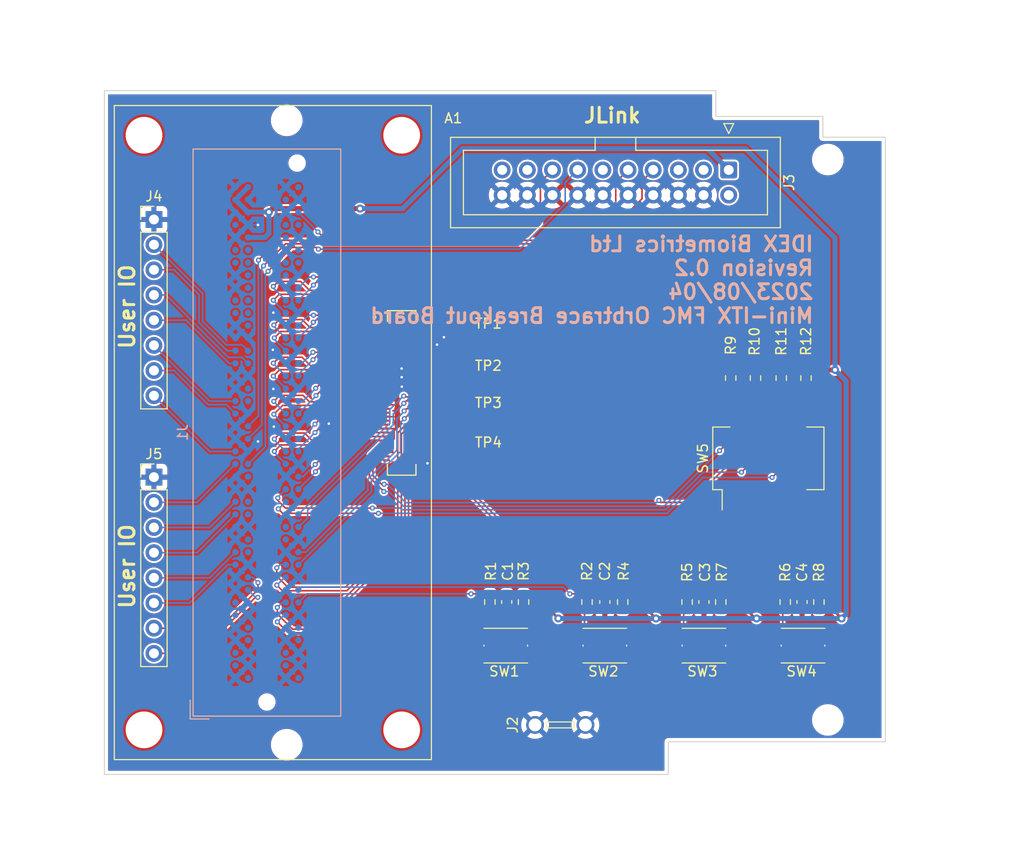
<source format=kicad_pcb>
(kicad_pcb (version 20211014) (generator pcbnew)
  (layers (0 "F.Cu" signal) (31 "B.Cu" signal) (34 "B.Paste" user) (35 "F.Paste" user) (36 "B.SilkS" user "B.Silkscreen") (37 "F.SilkS" user "F.Silkscreen") (38 "B.Mask" user) (39 "F.Mask" user) (44 "Edge.Cuts" user))
  (net 0 "")
  (net 1 "/LA03_N")
  (net 2 "/LA16_P")
  (net 3 "/LA16_N")
  (net 4 "/LA20_P")
  (net 5 "/LA20_N")
  (net 6 "/LA22_P")
  (net 7 "/LA22_N")
  (net 10 "/LA25_P")
  (net 11 "/LA25_N")
  (net 13 "/LA29_P")
  (net 14 "/LA29_N")
  (net 15 "/LA04_P")
  (net 16 "/LA04_N")
  (net 17 "/LA07_P")
  (net 18 "/LA07_N")
  (net 19 "/LA11_P")
  (net 20 "/LA11_N")
  (net 21 "/LA15_P")
  (net 22 "/LA15_N")
  (net 23 "/LA19_P")
  (net 24 "/LA19_N")
  (net 25 "/LA21_P")
  (net 26 "/LA21_N")
  (net 27 "/LA24_P")
  (net 28 "/LA24_N")
  (net 29 "/LA28_P")
  (net 30 "/LA28_N")
  (net 38 "/LA01_N_CC")
  (net 39 "/LA01_P_CC")
  (net 49 "/LA00_P_CC")
  (net 50 "/LA00_N_CC")
  (net 51 "/LA03_P")
  (net 59 "GND")
  (net 67 "Net-(R1-Pad1)")
  (net 68 "Net-(R2-Pad1)")
  (net 69 "Net-(R5-Pad1)")
  (net 70 "Net-(R6-Pad1)")
  (net 71 "/LA06_P")
  (net 72 "/LA06_N")
  (net 73 "/LA10_P")
  (net 74 "/LA10_N")
  (net 75 "/LA14_P")
  (net 76 "/LA14_N")
  (net 77 "/LA26_P")
  (net 78 "/LA26_N")
  (net 79 "/CFG4")
  (net 80 "/CFG3")
  (net 81 "/CFG2")
  (net 82 "/CFG1")
  (net 83 "/PB1")
  (net 84 "/PB3")
  (net 85 "/PB2")
  (net 86 "/PB4")
  (net 87 "+3V3")
  (net 88 "Net-(A1-Pad26)")
  (net 89 "Net-(A1-Pad28)")
  (net 90 "Net-(A1-Pad32)")
  (net 91 "Net-(A1-Pad34)")
  (net 94 "/LA18_P_CC")
  (net 95 "/LA18_N_CC")
  (net 105 "/SWO")
  (net 106 "/SWDIO")
  (net 107 "/SWDCLK")
  (net 108 "/nRESET")
  (net 109 "/LA27_N")
  (net 110 "/LA27_P")
  (footprint "Resistor_SMD:R_0603_1608Metric" (layer "F.Cu") (at 160.8 80 -90)
    (fp_text reference "R12" (at -3.7 0 -270) (layer "F.SilkS"))
    (fp_text value "10K")
    (pad "1" smd roundrect (at -0.825 0 270) (size 0.8 0.95) (layers "F.Cu" "F.Paste" "F.Mask") (net 87 "+3V3"))
    (pad "2" smd roundrect (at 0.825 0 270) (size 0.8 0.95) (layers "F.Cu" "F.Paste" "F.Mask") (net 79 "/CFG4"))
  )
  (footprint "Button_Switch_SMD:SW_Push_1P1T_NO_Vertical_Wuerth_434133025816" (layer "F.Cu") (at 160.5 107 180)
    (fp_text reference "SW4" (at 0.15 -2.6) (layer "F.SilkS"))
    (fp_text value "SW_SPST")
    (pad "1" smd rect (at -2.075 -1.075 180) (size 1.05 0.65) (layers "F.Cu" "F.Paste" "F.Mask") (net 59 "GND"))
    (pad "1" smd rect (at 2.075 -1.075 180) (size 1.05 0.65) (layers "F.Cu" "F.Paste" "F.Mask") (net 59 "GND"))
    (pad "2" smd rect (at -2.075 1.075 180) (size 1.05 0.65) (layers "F.Cu" "F.Paste" "F.Mask") (net 70 "Net-(R6-Pad1)"))
    (pad "2" smd rect (at 2.05 1.075 180) (size 1.05 0.65) (layers "F.Cu" "F.Paste" "F.Mask") (net 70 "Net-(R6-Pad1)"))
  )
  (footprint "Resistor_SMD:R_0603_1608Metric" (layer "F.Cu") (at 142.3 102.6 90)
    (fp_text reference "R4" (at 3.1 0.1 90) (layer "F.SilkS"))
    (fp_text value "10K")
    (pad "1" smd roundrect (at -0.825 0 90) (size 0.8 0.95) (layers "F.Cu" "F.Paste" "F.Mask") (net 87 "+3V3"))
    (pad "2" smd roundrect (at 0.825 0 90) (size 0.8 0.95) (layers "F.Cu" "F.Paste" "F.Mask") (net 84 "/PB3"))
  )
  (footprint "Capacitor_SMD:C_0603_1608Metric" (layer "F.Cu") (at 160.4 102.6 -90)
    (fp_text reference "C4" (at -3 0 90) (layer "F.SilkS"))
    (fp_text value "0.1uF")
    (pad "1" smd roundrect (at -0.775 0 270) (size 0.9 0.95) (layers "F.Cu" "F.Paste" "F.Mask") (net 86 "/PB4"))
    (pad "2" smd roundrect (at 0.775 0 270) (size 0.9 0.95) (layers "F.Cu" "F.Paste" "F.Mask") (net 59 "GND"))
  )
  (footprint "Button_Switch_SMD:SW_Push_1P1T_NO_Vertical_Wuerth_434133025816" (layer "F.Cu") (at 130.5 107 180)
    (fp_text reference "SW1" (at 0.15 -2.6) (layer "F.SilkS"))
    (fp_text value "SW_SPST")
    (pad "1" smd rect (at 2.075 -1.075 180) (size 1.05 0.65) (layers "F.Cu" "F.Paste" "F.Mask") (net 59 "GND"))
    (pad "1" smd rect (at -2.075 -1.075 180) (size 1.05 0.65) (layers "F.Cu" "F.Paste" "F.Mask") (net 59 "GND"))
    (pad "2" smd rect (at 2.05 1.075 180) (size 1.05 0.65) (layers "F.Cu" "F.Paste" "F.Mask") (net 67 "Net-(R1-Pad1)"))
    (pad "2" smd rect (at -2.075 1.075 180) (size 1.05 0.65) (layers "F.Cu" "F.Paste" "F.Mask") (net 67 "Net-(R1-Pad1)"))
  )
  (footprint "Connector_Testpoint:TestPoint_Harwin_S2761-46R" (layer "F.Cu") (at 126 74.5)
    (fp_text reference "TP1" (at 2.75 0 unlocked) (layer "F.SilkS"))
    (fp_text value "TestPoint")
    (pad "1" smd rect (at 0 0) (size 1.8 1) (layers "F.Cu" "F.Paste" "F.Mask") (net 88 "Net-(A1-Pad26)"))
  )
  (footprint "Capacitor_SMD:C_0603_1608Metric" (layer "F.Cu") (at 140.5 102.6 -90)
    (fp_text reference "C2" (at -3.1 0 90) (layer "F.SilkS"))
    (fp_text value "0.1uF")
    (pad "1" smd roundrect (at -0.775 0 270) (size 0.9 0.95) (layers "F.Cu" "F.Paste" "F.Mask") (net 84 "/PB3"))
    (pad "2" smd roundrect (at 0.775 0 270) (size 0.9 0.95) (layers "F.Cu" "F.Paste" "F.Mask") (net 59 "GND"))
  )
  (footprint "Connector_Testpoint:TestPoint_Harwin_S2761-46R" (layer "F.Cu") (at 126 78.5)
    (fp_text reference "TP2" (at 2.75 0.25 unlocked) (layer "F.SilkS"))
    (fp_text value "TestPoint")
    (pad "1" smd rect (at 0 0) (size 1.8 1) (layers "F.Cu" "F.Paste" "F.Mask") (net 89 "Net-(A1-Pad28)"))
  )
  (footprint "Connector_IDC:IDC-Header_2x10_P2.54mm_Vertical" (layer "F.Cu") (at 153 59 -90)
    (fp_text reference "J3" (at 1.27 -6.1 90) (layer "F.SilkS"))
    (fp_text value "Conn_ARM_JTAG_SWD_20")
    (pad "1" thru_hole roundrect (at 0 0 270) (size 1.7 1.7) (drill 1) (layers *.Cu *.Mask) (roundrect_rratio 0.147059) (net 87 "+3V3"))
    (pad "2" thru_hole circle (at 2.54 0 270) (size 1.7 1.7) (drill 1) (layers *.Cu *.Mask))
    (pad "3" thru_hole circle (at 0 2.54 270) (size 1.7 1.7) (drill 1) (layers *.Cu *.Mask))
    (pad "4" thru_hole circle (at 2.54 2.54 270) (size 1.7 1.7) (drill 1) (layers *.Cu *.Mask) (net 59 "GND"))
    (pad "5" thru_hole circle (at 0 5.08 270) (size 1.7 1.7) (drill 1) (layers *.Cu *.Mask))
    (pad "6" thru_hole circle (at 2.54 5.08 270) (size 1.7 1.7) (drill 1) (layers *.Cu *.Mask) (net 59 "GND"))
    (pad "7" thru_hole circle (at 0 7.62 270) (size 1.7 1.7) (drill 1) (layers *.Cu *.Mask) (net 106 "/SWDIO"))
    (pad "8" thru_hole circle (at 2.54 7.62 270) (size 1.7 1.7) (drill 1) (layers *.Cu *.Mask) (net 59 "GND"))
    (pad "9" thru_hole circle (at 0 10.16 270) (size 1.7 1.7) (drill 1) (layers *.Cu *.Mask) (net 107 "/SWDCLK"))
    (pad "10" thru_hole circle (at 2.54 10.16 270) (size 1.7 1.7) (drill 1) (layers *.Cu *.Mask) (net 59 "GND"))
    (pad "11" thru_hole circle (at 0 12.7 270) (size 1.7 1.7) (drill 1) (layers *.Cu *.Mask))
    (pad "12" thru_hole circle (at 2.54 12.7 270) (size 1.7 1.7) (drill 1) (layers *.Cu *.Mask) (net 59 "GND"))
    (pad "13" thru_hole circle (at 0 15.24 270) (size 1.7 1.7) (drill 1) (layers *.Cu *.Mask) (net 105 "/SWO"))
    (pad "14" thru_hole circle (at 2.54 15.24 270) (size 1.7 1.7) (drill 1) (layers *.Cu *.Mask) (net 59 "GND"))
    (pad "15" thru_hole circle (at 0 17.78 270) (size 1.7 1.7) (drill 1) (layers *.Cu *.Mask) (net 108 "/nRESET"))
    (pad "16" thru_hole circle (at 2.54 17.78 270) (size 1.7 1.7) (drill 1) (layers *.Cu *.Mask) (net 59 "GND"))
    (pad "17" thru_hole circle (at 0 20.32 270) (size 1.7 1.7) (drill 1) (layers *.Cu *.Mask))
    (pad "18" thru_hole circle (at 2.54 20.32 270) (size 1.7 1.7) (drill 1) (layers *.Cu *.Mask) (net 59 "GND"))
    (pad "19" thru_hole circle (at 0 22.86 270) (size 1.7 1.7) (drill 1) (layers *.Cu *.Mask))
    (pad "20" thru_hole circle (at 2.54 22.86 270) (size 1.7 1.7) (drill 1) (layers *.Cu *.Mask) (net 59 "GND"))
  )
  (footprint "Resistor_SMD:R_0603_1608Metric" (layer "F.Cu") (at 128.9 102.6 90)
    (fp_text reference "R1" (at 3.1 0.1 90) (layer "F.SilkS"))
    (fp_text value "1K")
    (pad "1" smd roundrect (at -0.825 0 90) (size 0.8 0.95) (layers "F.Cu" "F.Paste" "F.Mask") (net 67 "Net-(R1-Pad1)"))
    (pad "2" smd roundrect (at 0.825 0 90) (size 0.8 0.95) (layers "F.Cu" "F.Paste" "F.Mask") (net 83 "/PB1"))
  )
  (footprint "MountingHole:MountingHole_2.7mm_M2.5_ISO14580" (layer "F.Cu") (at 163 114.55)
    (fp_text reference "H4" hide)
    (fp_text value "MountingHole" hide)
    (pad "" np_thru_hole circle (at 0 -0.05) (size 2.7 2.7) (drill 2.7) (layers F&B.Cu *.Mask))
  )
  (footprint "Resistor_SMD:R_0603_1608Metric" (layer "F.Cu") (at 158.3 80 -90)
    (fp_text reference "R11" (at -3.7 0 -270) (layer "F.SilkS"))
    (fp_text value "10K")
    (pad "1" smd roundrect (at -0.825 0 270) (size 0.8 0.95) (layers "F.Cu" "F.Paste" "F.Mask") (net 87 "+3V3"))
    (pad "2" smd roundrect (at 0.825 0 270) (size 0.8 0.95) (layers "F.Cu" "F.Paste" "F.Mask") (net 80 "/CFG3"))
  )
  (footprint "MountingHole:MountingHole_2.7mm_M2.5_ISO14580" (layer "F.Cu") (at 108.4 117)
    (fp_text reference "H1" hide)
    (fp_text value "MountingHole" hide)
    (pad "" np_thru_hole circle (at 0 0) (size 2.7 2.7) (drill 2.7) (layers *.Cu *.Mask))
  )
  (footprint "MountingHole:MountingHole_2.7mm_M2.5_ISO14580" (layer "F.Cu") (at 163 57.95)
    (fp_text reference "H3" hide)
    (fp_text value "MountingHole" hide)
    (pad "" np_thru_hole circle (at 0 0) (size 2.7 2.7) (drill 2.7) (layers *.Cu *.Mask))
  )
  (footprint "Capacitor_SMD:C_0603_1608Metric" (layer "F.Cu") (at 150.5 102.6 -90)
    (fp_text reference "C3" (at -3 -0.1 90) (layer "F.SilkS"))
    (fp_text value "0.1uF")
    (pad "1" smd roundrect (at -0.775 0 270) (size 0.9 0.95) (layers "F.Cu" "F.Paste" "F.Mask") (net 85 "/PB2"))
    (pad "2" smd roundrect (at 0.775 0 270) (size 0.9 0.95) (layers "F.Cu" "F.Paste" "F.Mask") (net 59 "GND"))
  )
  (footprint "Resistor_SMD:R_0603_1608Metric" (layer "F.Cu") (at 148.8 102.6 90)
    (fp_text reference "R5" (at 3 0 90) (layer "F.SilkS"))
    (fp_text value "1K")
    (pad "1" smd roundrect (at -0.825 0 90) (size 0.8 0.95) (layers "F.Cu" "F.Paste" "F.Mask") (net 69 "Net-(R5-Pad1)"))
    (pad "2" smd roundrect (at 0.825 0 90) (size 0.8 0.95) (layers "F.Cu" "F.Paste" "F.Mask") (net 85 "/PB2"))
  )
  (footprint "Connector_Testpoint:TestPoint_Harwin_S2761-46R" (layer "F.Cu") (at 126 82.5)
    (fp_text reference "TP3" (at 2.75 0 unlocked) (layer "F.SilkS"))
    (fp_text value "TestPoint")
    (pad "1" smd rect (at 0 0) (size 1.8 1) (layers "F.Cu" "F.Paste" "F.Mask") (net 90 "Net-(A1-Pad32)"))
  )
  (footprint "Resistor_SMD:R_0603_1608Metric" (layer "F.Cu") (at 158.7 102.6 90)
    (fp_text reference "R6" (at 3 0 90) (layer "F.SilkS"))
    (fp_text value "1K")
    (pad "1" smd roundrect (at -0.825 0 90) (size 0.8 0.95) (layers "F.Cu" "F.Paste" "F.Mask") (net 70 "Net-(R6-Pad1)"))
    (pad "2" smd roundrect (at 0.825 0 90) (size 0.8 0.95) (layers "F.Cu" "F.Paste" "F.Mask") (net 86 "/PB4"))
  )
  (footprint "Connector_PinHeader_2.54mm:PinHeader_1x08_P2.54mm_Vertical" (layer "F.Cu") (at 95 90)
    (fp_text reference "J5" (at 0 -2.33) (layer "F.SilkS"))
    (fp_text value "Conn_01x08_Male")
    (pad "1" thru_hole rect (at 0 0) (size 1.7 1.7) (drill 1) (layers *.Cu *.Mask) (net 59 "GND"))
    (pad "2" thru_hole oval (at 0 2.54) (size 1.7 1.7) (drill 1) (layers *.Cu *.Mask) (net 75 "/LA14_P"))
    (pad "3" thru_hole oval (at 0 5.08) (size 1.7 1.7) (drill 1) (layers *.Cu *.Mask) (net 74 "/LA10_N"))
    (pad "4" thru_hole oval (at 0 7.62) (size 1.7 1.7) (drill 1) (layers *.Cu *.Mask) (net 73 "/LA10_P"))
    (pad "5" thru_hole oval (at 0 10.16) (size 1.7 1.7) (drill 1) (layers *.Cu *.Mask) (net 72 "/LA06_N"))
    (pad "6" thru_hole oval (at 0 12.7) (size 1.7 1.7) (drill 1) (layers *.Cu *.Mask) (net 71 "/LA06_P"))
    (pad "7" thru_hole oval (at 0 15.24) (size 1.7 1.7) (drill 1) (layers *.Cu *.Mask) (net 38 "/LA01_N_CC"))
    (pad "8" thru_hole oval (at 0 17.78) (size 1.7 1.7) (drill 1) (layers *.Cu *.Mask) (net 39 "/LA01_P_CC"))
  )
  (footprint "Button_Switch_SMD:SW_Push_1P1T_NO_Vertical_Wuerth_434133025816" (layer "F.Cu") (at 150.5 107 180)
    (fp_text reference "SW3" (at 0.15 -2.6) (layer "F.SilkS"))
    (fp_text value "SW_SPST")
    (pad "1" smd rect (at -2.075 -1.075 180) (size 1.05 0.65) (layers "F.Cu" "F.Paste" "F.Mask") (net 59 "GND"))
    (pad "1" smd rect (at 2.075 -1.075 180) (size 1.05 0.65) (layers "F.Cu" "F.Paste" "F.Mask") (net 59 "GND"))
    (pad "2" smd rect (at 2.05 1.075 180) (size 1.05 0.65) (layers "F.Cu" "F.Paste" "F.Mask") (net 69 "Net-(R5-Pad1)"))
    (pad "2" smd rect (at -2.075 1.075 180) (size 1.05 0.65) (layers "F.Cu" "F.Paste" "F.Mask") (net 69 "Net-(R5-Pad1)"))
  )
  (footprint "Capacitor_SMD:C_0603_1608Metric" (layer "F.Cu") (at 130.6 102.6 -90)
    (fp_text reference "C1" (at -3.1 -0.1 90) (layer "F.SilkS"))
    (fp_text value "0.1uF")
    (pad "1" smd roundrect (at -0.775 0 270) (size 0.9 0.95) (layers "F.Cu" "F.Paste" "F.Mask") (net 83 "/PB1"))
    (pad "2" smd roundrect (at 0.775 0 270) (size 0.9 0.95) (layers "F.Cu" "F.Paste" "F.Mask") (net 59 "GND"))
  )
  (footprint "MountingHole:MountingHole_2.7mm_M2.5_ISO14580" (layer "F.Cu") (at 108.4 54)
    (fp_text reference "H2" hide)
    (fp_text value "MountingHole" hide)
    (pad "" np_thru_hole circle (at 0 0) (size 2.7 2.7) (drill 2.7) (layers *.Cu *.Mask))
  )
  (footprint "Button_Switch_SMD:SW_Push_1P1T_NO_Vertical_Wuerth_434133025816" (layer "F.Cu") (at 140.5 107 180)
    (fp_text reference "SW2" (at 0.15 -2.6) (layer "F.SilkS"))
    (fp_text value "SW_SPST")
    (pad "1" smd rect (at -2.075 -1.075 180) (size 1.05 0.65) (layers "F.Cu" "F.Paste" "F.Mask") (net 59 "GND"))
    (pad "1" smd rect (at 2.075 -1.075 180) (size 1.05 0.65) (layers "F.Cu" "F.Paste" "F.Mask") (net 59 "GND"))
    (pad "2" smd rect (at 2.05 1.075 180) (size 1.05 0.65) (layers "F.Cu" "F.Paste" "F.Mask") (net 68 "Net-(R2-Pad1)"))
    (pad "2" smd rect (at -2.075 1.075 180) (size 1.05 0.65) (layers "F.Cu" "F.Paste" "F.Mask") (net 68 "Net-(R2-Pad1)"))
  )
  (footprint "Connector_Testpoint:TestPoint_Harwin_S2761-46R" (layer "F.Cu") (at 126 86.5)
    (fp_text reference "TP4" (at 2.75 0 unlocked) (layer "F.SilkS"))
    (fp_text value "TestPoint")
    (pad "1" smd rect (at 0 0) (size 1.8 1) (layers "F.Cu" "F.Paste" "F.Mask") (net 91 "Net-(A1-Pad34)"))
  )
  (footprint "Resistor_SMD:R_0603_1608Metric" (layer "F.Cu") (at 155.7 80 -90)
    (fp_text reference "R10" (at -3.7 0.1 -270) (layer "F.SilkS"))
    (fp_text value "10K")
    (pad "1" smd roundrect (at -0.825 0 270) (size 0.8 0.95) (layers "F.Cu" "F.Paste" "F.Mask") (net 87 "+3V3"))
    (pad "2" smd roundrect (at 0.825 0 270) (size 0.8 0.95) (layers "F.Cu" "F.Paste" "F.Mask") (net 81 "/CFG2"))
  )
  (footprint "Resistor_SMD:R_0603_1608Metric" (layer "F.Cu") (at 132.3 102.6 90)
    (fp_text reference "R3" (at 3.1 0 90) (layer "F.SilkS"))
    (fp_text value "10K")
    (pad "1" smd roundrect (at -0.825 0 90) (size 0.8 0.95) (layers "F.Cu" "F.Paste" "F.Mask") (net 87 "+3V3"))
    (pad "2" smd roundrect (at 0.825 0 90) (size 0.8 0.95) (layers "F.Cu" "F.Paste" "F.Mask") (net 83 "/PB1"))
  )
  (footprint "Resistor_SMD:R_0603_1608Metric" (layer "F.Cu") (at 152.2 102.6 90)
    (fp_text reference "R7" (at 3 0.1 90) (layer "F.SilkS"))
    (fp_text value "10K")
    (pad "1" smd roundrect (at -0.825 0 90) (size 0.8 0.95) (layers "F.Cu" "F.Paste" "F.Mask") (net 87 "+3V3"))
    (pad "2" smd roundrect (at 0.825 0 90) (size 0.8 0.95) (layers "F.Cu" "F.Paste" "F.Mask") (net 85 "/PB2"))
  )
  (footprint "Resistor_SMD:R_0603_1608Metric" (layer "F.Cu") (at 138.7 102.6 90)
    (fp_text reference "R2" (at 3.1 0 90) (layer "F.SilkS"))
    (fp_text value "1K")
    (pad "1" smd roundrect (at -0.825 0 90) (size 0.8 0.95) (layers "F.Cu" "F.Paste" "F.Mask") (net 68 "Net-(R2-Pad1)"))
    (pad "2" smd roundrect (at 0.825 0 90) (size 0.8 0.95) (layers "F.Cu" "F.Paste" "F.Mask") (net 84 "/PB3"))
  )
  (footprint "Resistor_SMD:R_0603_1608Metric" (layer "F.Cu") (at 153.2 80 -90)
    (fp_text reference "R9" (at -3.3 0 -270) (layer "F.SilkS"))
    (fp_text value "10K")
    (pad "1" smd roundrect (at -0.825 0 270) (size 0.8 0.95) (layers "F.Cu" "F.Paste" "F.Mask") (net 87 "+3V3"))
    (pad "2" smd roundrect (at 0.825 0 270) (size 0.8 0.95) (layers "F.Cu" "F.Paste" "F.Mask") (net 82 "/CFG1"))
  )
  (footprint "Resistor_SMD:R_0603_1608Metric" (layer "F.Cu") (at 162.1 102.6 90)
    (fp_text reference "R8" (at 3 0 90) (layer "F.SilkS"))
    (fp_text value "10K")
    (pad "1" smd roundrect (at -0.825 0 90) (size 0.8 0.95) (layers "F.Cu" "F.Paste" "F.Mask") (net 87 "+3V3"))
    (pad "2" smd roundrect (at 0.825 0 90) (size 0.8 0.95) (layers "F.Cu" "F.Paste" "F.Mask") (net 86 "/PB4"))
  )
  (footprint "Connector_Testpoint:Shorting_Link_5.08mm" (layer "F.Cu") (at 136 115 90)
    (fp_text reference "J2" (at 0 -4.8 90 unlocked) (layer "F.SilkS"))
    (fp_text value "Conn_01x02")
    (pad "1" thru_hole circle (at 0 -2.54 90) (size 1.8 1.8) (drill 1.3) (layers *.Cu *.Mask) (net 59 "GND"))
    (pad "2" thru_hole circle (at 0 2.54 90) (size 1.8 1.8) (drill 1.3) (layers *.Cu *.Mask) (net 59 "GND"))
  )
  (footprint "Connector_PinHeader_2.54mm:PinHeader_1x08_P2.54mm_Vertical" (layer "F.Cu") (at 95 64)
    (fp_text reference "J4" (at 0 -2.33) (layer "F.SilkS"))
    (fp_text value "Conn_01x08_Male")
    (pad "1" thru_hole rect (at 0 0) (size 1.7 1.7) (drill 1) (layers *.Cu *.Mask) (net 59 "GND"))
    (pad "2" thru_hole oval (at 0 2.54) (size 1.7 1.7) (drill 1) (layers *.Cu *.Mask) (net 78 "/LA26_N"))
    (pad "3" thru_hole oval (at 0 5.08) (size 1.7 1.7) (drill 1) (layers *.Cu *.Mask) (net 109 "/LA27_N"))
    (pad "4" thru_hole oval (at 0 7.62) (size 1.7 1.7) (drill 1) (layers *.Cu *.Mask) (net 77 "/LA26_P"))
    (pad "5" thru_hole oval (at 0 10.16) (size 1.7 1.7) (drill 1) (layers *.Cu *.Mask) (net 110 "/LA27_P"))
    (pad "6" thru_hole oval (at 0 12.7) (size 1.7 1.7) (drill 1) (layers *.Cu *.Mask) (net 95 "/LA18_N_CC"))
    (pad "7" thru_hole oval (at 0 15.24) (size 1.7 1.7) (drill 1) (layers *.Cu *.Mask) (net 94 "/LA18_P_CC"))
    (pad "8" thru_hole oval (at 0 17.78) (size 1.7 1.7) (drill 1) (layers *.Cu *.Mask) (net 76 "/LA14_N"))
  )
  (footprint "ORBTrace:ORBTrace" (layer "F.Cu") (at 123 52.5 180)
    (fp_text reference "A1" (at -2.21 -1.28) (layer "F.SilkS"))
    (fp_text value "ORBTrace")
    (pad "" np_thru_hole circle (at 3 -63 180) (size 6 6) (drill 3.7) (layers "F.Cu" "F.Mask"))
    (pad "" np_thru_hole circle (at 29 -3 180) (size 6 6) (drill 3.7) (layers "F.Cu" "F.Mask"))
    (pad "" np_thru_hole circle (at 3 -3 180) (size 6 6) (drill 3.7) (layers "F.Cu" "F.Mask"))
    (pad "" np_thru_hole circle (at 29 -63 180) (size 6 6) (drill 3.7) (layers "F.Cu" "F.Mask"))
    (pad "1" smd rect (at 4.54 -22.2 270) (size 0.2 0.7) (layers "F.Cu" "F.Mask"))
    (pad "2" smd rect (at 1.46 -22.2 270) (size 0.2 0.7) (layers "F.Cu" "F.Mask"))
    (pad "3" smd rect (at 4.54 -22.6 270) (size 0.2 0.7) (layers "F.Cu" "F.Mask"))
    (pad "4" smd rect (at 1.46 -22.6 270) (size 0.2 0.7) (layers "F.Cu" "F.Mask"))
    (pad "5" smd rect (at 4.54 -23 270) (size 0.2 0.7) (layers "F.Cu" "F.Mask") (net 59 "GND"))
    (pad "6" smd rect (at 1.46 -23 270) (size 0.2 0.7) (layers "F.Cu" "F.Mask") (net 59 "GND"))
    (pad "7" smd rect (at 4.54 -23.4 270) (size 0.2 0.7) (layers "F.Cu" "F.Mask"))
    (pad "8" smd rect (at 1.46 -23.4 270) (size 0.2 0.7) (layers "F.Cu" "F.Mask"))
    (pad "9" smd rect (at 4.54 -23.8 270) (size 0.2 0.7) (layers "F.Cu" "F.Mask") (net 28 "/LA24_N"))
    (pad "10" smd rect (at 1.46 -23.8 270) (size 0.2 0.7) (layers "F.Cu" "F.Mask"))
    (pad "11" smd rect (at 4.54 -24.2 270) (size 0.2 0.7) (layers "F.Cu" "F.Mask") (net 27 "/LA24_P"))
    (pad "12" smd rect (at 1.46 -24.2 270) (size 0.2 0.7) (layers "F.Cu" "F.Mask"))
    (pad "13" smd rect (at 4.54 -24.6 270) (size 0.2 0.7) (layers "F.Cu" "F.Mask") (net 11 "/LA25_N"))
    (pad "14" smd rect (at 1.46 -24.6 270) (size 0.2 0.7) (layers "F.Cu" "F.Mask") (net 30 "/LA28_N"))
    (pad "15" smd rect (at 4.54 -25 270) (size 0.2 0.7) (layers "F.Cu" "F.Mask") (net 10 "/LA25_P"))
    (pad "16" smd rect (at 1.46 -25 270) (size 0.2 0.7) (layers "F.Cu" "F.Mask") (net 29 "/LA28_P"))
    (pad "17" smd rect (at 4.54 -25.4 270) (size 0.2 0.7) (layers "F.Cu" "F.Mask") (net 59 "GND"))
    (pad "18" smd rect (at 1.46 -25.4 270) (size 0.2 0.7) (layers "F.Cu" "F.Mask") (net 59 "GND"))
    (pad "19" smd rect (at 4.54 -25.8 270) (size 0.2 0.7) (layers "F.Cu" "F.Mask") (net 26 "/LA21_N"))
    (pad "20" smd rect (at 1.46 -25.8 270) (size 0.2 0.7) (layers "F.Cu" "F.Mask") (net 14 "/LA29_N"))
    (pad "21" smd rect (at 4.54 -26.2 270) (size 0.2 0.7) (layers "F.Cu" "F.Mask") (net 25 "/LA21_P"))
    (pad "22" smd rect (at 1.46 -26.2 270) (size 0.2 0.7) (layers "F.Cu" "F.Mask") (net 13 "/LA29_P"))
    (pad "23" smd rect (at 4.54 -26.6 270) (size 0.2 0.7) (layers "F.Cu" "F.Mask") (net 59 "GND"))
    (pad "24" smd rect (at 1.46 -26.6 270) (size 0.2 0.7) (layers "F.Cu" "F.Mask") (net 59 "GND"))
    (pad "25" smd rect (at 4.54 -27 270) (size 0.2 0.7) (layers "F.Cu" "F.Mask") (net 7 "/LA22_N"))
    (pad "26" smd rect (at 1.46 -27 270) (size 0.2 0.7) (layers "F.Cu" "F.Mask") (net 88 "Net-(A1-Pad26)"))
    (pad "27" smd rect (at 4.54 -27.4 270) (size 0.2 0.7) (layers "F.Cu" "F.Mask") (net 6 "/LA22_P"))
    (pad "28" smd rect (at 1.46 -27.4 270) (size 0.2 0.7) (layers "F.Cu" "F.Mask") (net 89 "Net-(A1-Pad28)"))
    (pad "29" smd rect (at 4.54 -27.8 270) (size 0.2 0.7) (layers "F.Cu" "F.Mask") (net 59 "GND"))
    (pad "30" smd rect (at 1.46 -27.8 270) (size 0.2 0.7) (layers "F.Cu" "F.Mask") (net 59 "GND"))
    (pad "31" smd rect (at 4.54 -28.2 270) (size 0.2 0.7) (layers "F.Cu" "F.Mask") (net 24 "/LA19_N"))
    (pad "32" smd rect (at 1.46 -28.2 270) (size 0.2 0.7) (layers "F.Cu" "F.Mask") (net 90 "Net-(A1-Pad32)"))
    (pad "33" smd rect (at 4.54 -28.6 270) (size 0.2 0.7) (layers "F.Cu" "F.Mask") (net 23 "/LA19_P"))
    (pad "34" smd rect (at 1.46 -28.6 270) (size 0.2 0.7) (layers "F.Cu" "F.Mask") (net 91 "Net-(A1-Pad34)"))
    (pad "35" smd rect (at 4.54 -29 270) (size 0.2 0.7) (layers "F.Cu" "F.Mask") (net 59 "GND"))
    (pad "36" smd rect (at 1.46 -29 270) (size 0.2 0.7) (layers "F.Cu" "F.Mask") (net 59 "GND"))
    (pad "37" smd rect (at 4.54 -29.4 270) (size 0.2 0.7) (layers "F.Cu" "F.Mask") (net 5 "/LA20_N"))
    (pad "38" smd rect (at 1.46 -29.4 270) (size 0.2 0.7) (layers "F.Cu" "F.Mask") (net 18 "/LA07_N"))
    (pad "39" smd rect (at 4.54 -29.8 270) (size 0.2 0.7) (layers "F.Cu" "F.Mask") (net 4 "/LA20_P"))
    (pad "40" smd rect (at 1.46 -29.8 270) (size 0.2 0.7) (layers "F.Cu" "F.Mask") (net 17 "/LA07_P"))
    (pad "41" smd rect (at 4.54 -30.2 270) (size 0.2 0.7) (layers "F.Cu" "F.Mask") (net 59 "GND"))
    (pad "42" smd rect (at 1.46 -30.2 270) (size 0.2 0.7) (layers "F.Cu" "F.Mask") (net 59 "GND"))
    (pad "43" smd rect (at 4.54 -30.6 270) (size 0.2 0.7) (layers "F.Cu" "F.Mask") (net 22 "/LA15_N"))
    (pad "44" smd rect (at 1.46 -30.6 270) (size 0.2 0.7) (layers "F.Cu" "F.Mask") (net 16 "/LA04_N"))
    (pad "45" smd rect (at 4.54 -31 270) (size 0.2 0.7) (layers "F.Cu" "F.Mask") (net 21 "/LA15_P"))
    (pad "46" smd rect (at 1.46 -31 270) (size 0.2 0.7) (layers "F.Cu" "F.Mask") (net 15 "/LA04_P"))
    (pad "47" smd rect (at 4.54 -31.4 270) (size 0.2 0.7) (layers "F.Cu" "F.Mask") (net 59 "GND"))
    (pad "48" smd rect (at 1.46 -31.4 270) (size 0.2 0.7) (layers "F.Cu" "F.Mask") (net 59 "GND"))
    (pad "49" smd rect (at 4.54 -31.8 270) (size 0.2 0.7) (layers "F.Cu" "F.Mask") (net 3 "/LA16_N"))
    (pad "50" smd rect (at 1.46 -31.8 270) (size 0.2 0.7) (layers "F.Cu" "F.Mask") (net 1 "/LA03_N"))
    (pad "51" smd rect (at 4.54 -32.2 270) (size 0.2 0.7) (layers "F.Cu" "F.Mask") (net 2 "/LA16_P"))
    (pad "52" smd rect (at 1.46 -32.2 270) (size 0.2 0.7) (layers "F.Cu" "F.Mask") (net 51 "/LA03_P"))
    (pad "53" smd rect (at 4.54 -32.6 270) (size 0.2 0.7) (layers "F.Cu" "F.Mask") (net 59 "GND"))
    (pad "54" smd rect (at 1.46 -32.6 270) (size 0.2 0.7) (layers "F.Cu" "F.Mask") (net 59 "GND"))
    (pad "55" smd rect (at 4.54 -33 270) (size 0.2 0.7) (layers "F.Cu" "F.Mask") (net 20 "/LA11_N"))
    (pad "56" smd rect (at 1.46 -33 270) (size 0.2 0.7) (layers "F.Cu" "F.Mask") (net 50 "/LA00_N_CC"))
    (pad "57" smd rect (at 4.54 -33.4 270) (size 0.2 0.7) (layers "F.Cu" "F.Mask") (net 19 "/LA11_P"))
    (pad "58" smd rect (at 1.46 -33.4 270) (size 0.2 0.7) (layers "F.Cu" "F.Mask") (net 49 "/LA00_P_CC"))
    (pad "59" smd rect (at 4.54 -33.8 270) (size 0.2 0.7) (layers "F.Cu" "F.Mask") (net 59 "GND"))
    (pad "60" smd rect (at 1.46 -33.8 270) (size 0.2 0.7) (layers "F.Cu" "F.Mask") (net 59 "GND"))
    (pad "61" smd rect (at 4.54 -34.2 270) (size 0.2 0.7) (layers "F.Cu" "F.Mask") (net 82 "/CFG1"))
    (pad "62" smd rect (at 1.46 -34.2 270) (size 0.2 0.7) (layers "F.Cu" "F.Mask") (net 86 "/PB4"))
    (pad "63" smd rect (at 4.54 -34.6 270) (size 0.2 0.7) (layers "F.Cu" "F.Mask") (net 81 "/CFG2"))
    (pad "64" smd rect (at 1.46 -34.6 270) (size 0.2 0.7) (layers "F.Cu" "F.Mask") (net 85 "/PB2"))
    (pad "65" smd rect (at 4.54 -35 270) (size 0.2 0.7) (layers "F.Cu" "F.Mask") (net 59 "GND"))
    (pad "66" smd rect (at 1.46 -35 270) (size 0.2 0.7) (layers "F.Cu" "F.Mask") (net 59 "GND"))
    (pad "67" smd rect (at 4.54 -35.4 270) (size 0.2 0.7) (layers "F.Cu" "F.Mask"))
    (pad "68" smd rect (at 1.46 -35.4 270) (size 0.2 0.7) (layers "F.Cu" "F.Mask"))
    (pad "69" smd rect (at 4.54 -35.8 270) (size 0.2 0.7) (layers "F.Cu" "F.Mask"))
    (pad "70" smd rect (at 1.46 -35.8 270) (size 0.2 0.7) (layers "F.Cu" "F.Mask"))
    (zone (net 0) (net_name "") (layer "F.Cu") (connect_pads (clearance 0)) (min_thickness 0.01)
      (keepout (tracks allowed) (vias not_allowed) (pads not_allowed) (copperpour not_allowed) (footprints allowed))
      (fill (thermal_gap 0.508) (thermal_bridge_width 0.508))
      (polygon (pts (xy 121.19 82.2) (xy 121.19 82.4) (xy 120.75 82.4) (xy 120.75 82.2)))
    )
    (zone (net 0) (net_name "") (layer "F.Cu") (connect_pads (clearance 0)) (min_thickness 0.01)
      (keepout (tracks allowed) (vias not_allowed) (pads not_allowed) (copperpour not_allowed) (footprints allowed))
      (fill (thermal_gap 0.508) (thermal_bridge_width 0.508))
      (polygon (pts (xy 119.25 84.2) (xy 119.25 84.4) (xy 118.81 84.4) (xy 118.81 84.2)))
    )
    (zone (net 0) (net_name "") (layer "F.Cu") (connect_pads (clearance 0)) (min_thickness 0.01)
      (keepout (tracks allowed) (vias not_allowed) (pads not_allowed) (copperpour not_allowed) (footprints allowed))
      (fill (thermal_gap 0.508) (thermal_bridge_width 0.508))
      (polygon (pts (xy 119.25 79.4) (xy 119.25 79.6) (xy 118.81 79.6) (xy 118.81 79.4)))
    )
    (zone (net 0) (net_name "") (layer "F.Cu") (connect_pads (clearance 0)) (min_thickness 0.01)
      (keepout (tracks allowed) (vias not_allowed) (pads not_allowed) (copperpour not_allowed) (footprints allowed))
      (fill (thermal_gap 0.508) (thermal_bridge_width 0.508))
      (polygon (pts (xy 119.25 79.8) (xy 119.25 80) (xy 118.81 80) (xy 118.81 79.8)))
    )
    (zone (net 0) (net_name "") (layer "F.Cu") (connect_pads (clearance 0)) (min_thickness 0.01)
      (keepout (tracks allowed) (vias not_allowed) (pads not_allowed) (copperpour not_allowed) (footprints allowed))
      (fill (thermal_gap 0.508) (thermal_bridge_width 0.508))
      (polygon (pts (xy 121.19 81.4) (xy 121.19 81.6) (xy 120.75 81.6) (xy 120.75 81.4)))
    )
    (zone (net 0) (net_name "") (layer "F.Cu") (connect_pads (clearance 0)) (min_thickness 0.01)
      (keepout (tracks allowed) (vias not_allowed) (pads not_allowed) (copperpour not_allowed) (footprints allowed))
      (fill (thermal_gap 0.508) (thermal_bridge_width 0.508))
      (polygon (pts (xy 121.19 79.8) (xy 121.19 80) (xy 120.75 80) (xy 120.75 79.8)))
    )
    (zone (net 0) (net_name "") (layer "F.Cu") (connect_pads (clearance 0)) (min_thickness 0.01)
      (keepout (tracks allowed) (vias not_allowed) (pads not_allowed) (copperpour not_allowed) (footprints allowed))
      (fill (thermal_gap 0.508) (thermal_bridge_width 0.508))
      (polygon (pts (xy 121.19 77) (xy 121.19 77.2) (xy 120.75 77.2) (xy 120.75 77)))
    )
    (zone (net 0) (net_name "") (layer "F.Cu") (connect_pads (clearance 0)) (min_thickness 0.01)
      (keepout (tracks allowed) (vias not_allowed) (pads not_allowed) (copperpour not_allowed) (footprints allowed))
      (fill (thermal_gap 0.508) (thermal_bridge_width 0.508))
      (polygon (pts (xy 119.25 79) (xy 119.25 79.2) (xy 118.81 79.2) (xy 118.81 79)))
    )
    (zone (net 0) (net_name "") (layer "F.Cu") (connect_pads (clearance 0)) (min_thickness 0.01)
      (keepout (tracks allowed) (vias not_allowed) (pads not_allowed) (copperpour not_allowed) (footprints allowed))
      (fill (thermal_gap 0.508) (thermal_bridge_width 0.508))
      (polygon (pts (xy 119.25 87.8) (xy 119.25 88) (xy 118.81 88) (xy 118.81 87.8)))
    )
    (zone (net 0) (net_name "") (layer "F.Cu") (connect_pads (clearance 0)) (min_thickness 0.01)
      (keepout (tracks allowed) (vias not_allowed) (pads not_allowed) (copperpour not_allowed) (footprints allowed))
      (fill (thermal_gap 0.508) (thermal_bridge_width 0.508))
      (polygon (pts (xy 121.19 83) (xy 121.19 83.2) (xy 120.75 83.2) (xy 120.75 83)))
    )
    (zone (net 0) (net_name "") (layer "F.Cu") (connect_pads (clearance 0)) (min_thickness 0.01)
      (keepout (tracks allowed) (vias not_allowed) (pads not_allowed) (copperpour not_allowed) (footprints allowed))
      (fill (thermal_gap 0.508) (thermal_bridge_width 0.508))
      (polygon (pts (xy 119.25 78.2) (xy 119.25 78.4) (xy 118.81 78.4) (xy 118.81 78.2)))
    )
    (zone (net 0) (net_name "") (layer "F.Cu") (connect_pads (clearance 0)) (min_thickness 0.01)
      (keepout (tracks allowed) (vias not_allowed) (pads not_allowed) (copperpour not_allowed) (footprints allowed))
      (fill (thermal_gap 0.508) (thermal_bridge_width 0.508))
      (polygon (pts (xy 119.25 85.8) (xy 119.25 86) (xy 118.81 86) (xy 118.81 85.8)))
    )
    (zone (net 0) (net_name "") (layer "F.Cu") (connect_pads (clearance 0)) (min_thickness 0.01)
      (keepout (tracks allowed) (vias not_allowed) (pads not_allowed) (copperpour not_allowed) (footprints allowed))
      (fill (thermal_gap 0.508) (thermal_bridge_width 0.508))
      (polygon (pts (xy 119.25 81.8) (xy 119.25 82) (xy 118.81 82) (xy 118.81 81.8)))
    )
    (zone (net 0) (net_name "") (layer "F.Cu") (connect_pads (clearance 0)) (min_thickness 0.01)
      (keepout (tracks allowed) (vias not_allowed) (pads not_allowed) (copperpour not_allowed) (footprints allowed))
      (fill (thermal_gap 0.508) (thermal_bridge_width 0.508))
      (polygon (pts (xy 119.25 87) (xy 119.25 87.2) (xy 118.81 87.2) (xy 118.81 87)))
    )
    (zone (net 0) (net_name "") (layer "F.Cu") (connect_pads (clearance 0)) (min_thickness 0.01)
      (keepout (tracks allowed) (vias not_allowed) (pads not_allowed) (copperpour not_allowed) (footprints allowed))
      (fill (thermal_gap 0.508) (thermal_bridge_width 0.508))
      (polygon (pts (xy 121.19 87) (xy 121.19 87.2) (xy 120.75 87.2) (xy 120.75 87)))
    )
    (zone (net 0) (net_name "") (layer "F.Cu") (connect_pads (clearance 0)) (min_thickness 0.01)
      (keepout (tracks allowed) (vias not_allowed) (pads not_allowed) (copperpour not_allowed) (footprints allowed))
      (fill (thermal_gap 0.508) (thermal_bridge_width 0.508))
      (polygon (pts (xy 119.25 76.6) (xy 119.25 76.8) (xy 118.81 76.8) (xy 118.81 76.6)))
    )
    (zone (net 0) (net_name "") (layer "F.Cu") (connect_pads (clearance 0)) (min_thickness 0.01)
      (keepout (tracks allowed) (vias not_allowed) (pads not_allowed) (copperpour not_allowed) (footprints allowed))
      (fill (thermal_gap 0.508) (thermal_bridge_width 0.508))
      (polygon (pts (xy 121.19 81) (xy 121.19 81.2) (xy 120.75 81.2) (xy 120.75 81)))
    )
    (zone (net 0) (net_name "") (layer "F.Cu") (connect_pads (clearance 0)) (min_thickness 0.01)
      (keepout (tracks allowed) (vias not_allowed) (pads not_allowed) (copperpour not_allowed) (footprints allowed))
      (fill (thermal_gap 0.508) (thermal_bridge_width 0.508))
      (polygon (pts (xy 121.19 84.2) (xy 121.19 84.4) (xy 120.75 84.4) (xy 120.75 84.2)))
    )
    (zone (net 0) (net_name "") (layer "F.Cu") (connect_pads (clearance 0)) (min_thickness 0.01)
      (keepout (tracks allowed) (vias not_allowed) (pads not_allowed) (copperpour not_allowed) (footprints allowed))
      (fill (thermal_gap 0.508) (thermal_bridge_width 0.508))
      (polygon (pts (xy 121.19 80.2) (xy 121.19 80.4) (xy 120.75 80.4) (xy 120.75 80.2)))
    )
    (zone (net 0) (net_name "") (layer "F.Cu") (connect_pads (clearance 0)) (min_thickness 0.01)
      (keepout (tracks allowed) (vias not_allowed) (pads not_allowed) (copperpour not_allowed) (footprints allowed))
      (fill (thermal_gap 0.508) (thermal_bridge_width 0.508))
      (polygon (pts (xy 121.19 86.6) (xy 121.19 86.8) (xy 120.75 86.8) (xy 120.75 86.6)))
    )
    (zone (net 0) (net_name "") (layer "F.Cu") (connect_pads (clearance 0)) (min_thickness 0.01)
      (keepout (tracks allowed) (vias not_allowed) (pads not_allowed) (copperpour not_allowed) (footprints allowed))
      (fill (thermal_gap 0.508) (thermal_bridge_width 0.508))
      (polygon (pts (xy 121.19 86.2) (xy 121.19 86.4) (xy 120.75 86.4) (xy 120.75 86.2)))
    )
    (zone (net 0) (net_name "") (layer "F.Cu") (connect_pads (clearance 0)) (min_thickness 0.01)
      (keepout (tracks allowed) (vias not_allowed) (pads not_allowed) (copperpour not_allowed) (footprints allowed))
      (fill (thermal_gap 0.508) (thermal_bridge_width 0.508))
      (polygon (pts (xy 119.25 77) (xy 119.25 77.2) (xy 118.81 77.2) (xy 118.81 77)))
    )
    (zone (net 0) (net_name "") (layer "F.Cu") (connect_pads (clearance 0)) (min_thickness 0.01)
      (keepout (tracks allowed) (vias not_allowed) (pads not_allowed) (copperpour not_allowed) (footprints allowed))
      (fill (thermal_gap 0.508) (thermal_bridge_width 0.508))
      (polygon (pts (xy 119.25 88.2) (xy 119.25 88.4) (xy 118.81 88.4) (xy 118.81 88.2)))
    )
    (zone (net 0) (net_name "") (layer "F.Cu") (connect_pads (clearance 0)) (min_thickness 0.01)
      (keepout (tracks allowed) (vias not_allowed) (pads not_allowed) (copperpour not_allowed) (footprints allowed))
      (fill (thermal_gap 0.508) (thermal_bridge_width 0.508))
      (polygon (pts (xy 121.19 88.2) (xy 121.19 88.4) (xy 120.75 88.4) (xy 120.75 88.2)))
    )
    (zone (net 0) (net_name "") (layer "F.Cu") (connect_pads (clearance 0)) (min_thickness 0.01)
      (keepout (tracks allowed) (vias not_allowed) (pads not_allowed) (copperpour not_allowed) (footprints allowed))
      (fill (thermal_gap 0.508) (thermal_bridge_width 0.508))
      (polygon (pts (xy 119.25 83.8) (xy 119.25 84) (xy 118.81 84) (xy 118.81 83.8)))
    )
    (zone (net 0) (net_name "") (layer "F.Cu") (connect_pads (clearance 0)) (min_thickness 0.01)
      (keepout (tracks allowed) (vias not_allowed) (pads not_allowed) (copperpour not_allowed) (footprints allowed))
      (fill (thermal_gap 0.508) (thermal_bridge_width 0.508))
      (polygon (pts (xy 121.19 85) (xy 121.19 85.2) (xy 120.75 85.2) (xy 120.75 85)))
    )
    (zone (net 0) (net_name "") (layer "F.Cu") (connect_pads (clearance 0)) (min_thickness 0.01)
      (keepout (tracks allowed) (vias not_allowed) (pads not_allowed) (copperpour not_allowed) (footprints allowed))
      (fill (thermal_gap 0.508) (thermal_bridge_width 0.508))
      (polygon (pts (xy 119.25 86.2) (xy 119.25 86.4) (xy 118.81 86.4) (xy 118.81 86.2)))
    )
    (zone (net 0) (net_name "") (layer "F.Cu") (connect_pads (clearance 0)) (min_thickness 0.01)
      (keepout (tracks allowed) (vias not_allowed) (pads not_allowed) (copperpour not_allowed) (footprints allowed))
      (fill (thermal_gap 0.508) (thermal_bridge_width 0.508))
      (polygon (pts (xy 121.19 80.6) (xy 121.19 80.8) (xy 120.75 80.8) (xy 120.75 80.6)))
    )
    (zone (net 0) (net_name "") (layer "F.Cu") (connect_pads (clearance 0)) (min_thickness 0.01)
      (keepout (tracks allowed) (vias not_allowed) (pads not_allowed) (copperpour not_allowed) (footprints allowed))
      (fill (thermal_gap 0.508) (thermal_bridge_width 0.508))
      (polygon (pts (xy 119.25 87.4) (xy 119.25 87.6) (xy 118.81 87.6) (xy 118.81 87.4)))
    )
    (zone (net 0) (net_name "") (layer "F.Cu") (connect_pads (clearance 0)) (min_thickness 0.01)
      (keepout (tracks allowed) (vias not_allowed) (pads not_allowed) (copperpour not_allowed) (footprints allowed))
      (fill (thermal_gap 0.508) (thermal_bridge_width 0.508))
      (polygon (pts (xy 121.19 87.4) (xy 121.19 87.6) (xy 120.75 87.6) (xy 120.75 87.4)))
    )
    (zone (net 0) (net_name "") (layer "F.Cu") (connect_pads (clearance 0)) (min_thickness 0.01)
      (keepout (tracks allowed) (vias not_allowed) (pads not_allowed) (copperpour not_allowed) (footprints allowed))
      (fill (thermal_gap 0.508) (thermal_bridge_width 0.508))
      (polygon (pts (xy 119.25 74.6) (xy 119.25 74.8) (xy 118.81 74.8) (xy 118.81 74.6)))
    )
    (zone (net 0) (net_name "") (layer "F.Cu") (connect_pads (clearance 0)) (min_thickness 0.01)
      (keepout (tracks allowed) (vias not_allowed) (pads not_allowed) (copperpour not_allowed) (footprints allowed))
      (fill (thermal_gap 0.508) (thermal_bridge_width 0.508))
      (polygon (pts (xy 119.25 75) (xy 119.25 75.2) (xy 118.81 75.2) (xy 118.81 75)))
    )
    (zone (net 0) (net_name "") (layer "F.Cu") (connect_pads (clearance 0)) (min_thickness 0.01)
      (keepout (tracks allowed) (vias not_allowed) (pads not_allowed) (copperpour not_allowed) (footprints allowed))
      (fill (thermal_gap 0.508) (thermal_bridge_width 0.508))
      (polygon (pts (xy 119.25 80.2) (xy 119.25 80.4) (xy 118.81 80.4) (xy 118.81 80.2)))
    )
    (zone (net 0) (net_name "") (layer "F.Cu") (connect_pads (clearance 0)) (min_thickness 0.01)
      (keepout (tracks allowed) (vias not_allowed) (pads not_allowed) (copperpour not_allowed) (footprints allowed))
      (fill (thermal_gap 0.508) (thermal_bridge_width 0.508))
      (polygon (pts (xy 121.19 78.2) (xy 121.19 78.4) (xy 120.75 78.4) (xy 120.75 78.2)))
    )
    (zone (net 0) (net_name "") (layer "F.Cu") (connect_pads (clearance 0)) (min_thickness 0.01)
      (keepout (tracks allowed) (vias not_allowed) (pads not_allowed) (copperpour not_allowed) (footprints allowed))
      (fill (thermal_gap 0.508) (thermal_bridge_width 0.508))
      (polygon (pts (xy 119.25 84.6) (xy 119.25 84.8) (xy 118.81 84.8) (xy 118.81 84.6)))
    )
    (zone (net 0) (net_name "") (layer "F.Cu") (connect_pads (clearance 0)) (min_thickness 0.01)
      (keepout (tracks allowed) (vias not_allowed) (pads not_allowed) (copperpour not_allowed) (footprints allowed))
      (fill (thermal_gap 0.508) (thermal_bridge_width 0.508))
      (polygon (pts (xy 119.25 76.2) (xy 119.25 76.4) (xy 118.81 76.4) (xy 118.81 76.2)))
    )
    (zone (net 0) (net_name "") (layer "F.Cu") (connect_pads (clearance 0)) (min_thickness 0.01)
      (keepout (tracks allowed) (vias not_allowed) (pads not_allowed) (copperpour not_allowed) (footprints allowed))
      (fill (thermal_gap 0.508) (thermal_bridge_width 0.508))
      (polygon (pts (xy 121.19 77.8) (xy 121.19 78) (xy 120.75 78) (xy 120.75 77.8)))
    )
    (zone (net 0) (net_name "") (layer "F.Cu") (connect_pads (clearance 0)) (min_thickness 0.01)
      (keepout (tracks allowed) (vias not_allowed) (pads not_allowed) (copperpour not_allowed) (footprints allowed))
      (fill (thermal_gap 0.508) (thermal_bridge_width 0.508))
      (polygon (pts (xy 121.19 84.6) (xy 121.19 84.8) (xy 120.75 84.8) (xy 120.75 84.6)))
    )
    (zone (net 0) (net_name "") (layer "F.Cu") (connect_pads (clearance 0)) (min_thickness 0.01)
      (keepout (tracks allowed) (vias not_allowed) (pads not_allowed) (copperpour not_allowed) (footprints allowed))
      (fill (thermal_gap 0.508) (thermal_bridge_width 0.508))
      (polygon (pts (xy 121.19 79) (xy 121.19 79.2) (xy 120.75 79.2) (xy 120.75 79)))
    )
    (zone (net 0) (net_name "") (layer "F.Cu") (connect_pads (clearance 0)) (min_thickness 0.01)
      (keepout (tracks allowed) (vias not_allowed) (pads not_allowed) (copperpour not_allowed) (footprints allowed))
      (fill (thermal_gap 0.508) (thermal_bridge_width 0.508))
      (polygon (pts (xy 119.25 85) (xy 119.25 85.2) (xy 118.81 85.2) (xy 118.81 85)))
    )
    (zone (net 0) (net_name "") (layer "F.Cu") (connect_pads (clearance 0)) (min_thickness 0.01)
      (keepout (tracks allowed) (vias not_allowed) (pads not_allowed) (copperpour not_allowed) (footprints allowed))
      (fill (thermal_gap 0.508) (thermal_bridge_width 0.508))
      (polygon (pts (xy 119.25 82.2) (xy 119.25 82.4) (xy 118.81 82.4) (xy 118.81 82.2)))
    )
    (zone (net 0) (net_name "") (layer "F.Cu") (connect_pads (clearance 0)) (min_thickness 0.01)
      (keepout (tracks allowed) (vias not_allowed) (pads not_allowed) (copperpour not_allowed) (footprints allowed))
      (fill (thermal_gap 0.508) (thermal_bridge_width 0.508))
      (polygon (pts (xy 119.25 77.4) (xy 119.25 77.6) (xy 118.81 77.6) (xy 118.81 77.4)))
    )
    (zone (net 0) (net_name "") (layer "F.Cu") (connect_pads (clearance 0)) (min_thickness 0.01)
      (keepout (tracks allowed) (vias not_allowed) (pads not_allowed) (copperpour not_allowed) (footprints allowed))
      (fill (thermal_gap 0.508) (thermal_bridge_width 0.508))
      (polygon (pts (xy 121.19 85.4) (xy 121.19 85.6) (xy 120.75 85.6) (xy 120.75 85.4)))
    )
    (zone (net 0) (net_name "") (layer "F.Cu") (connect_pads (clearance 0)) (min_thickness 0.01)
      (keepout (tracks allowed) (vias not_allowed) (pads not_allowed) (copperpour not_allowed) (footprints allowed))
      (fill (thermal_gap 0.508) (thermal_bridge_width 0.508))
      (polygon (pts (xy 121.19 83.8) (xy 121.19 84) (xy 120.75 84) (xy 120.75 83.8)))
    )
    (zone (net 0) (net_name "") (layer "F.Cu") (connect_pads (clearance 0)) (min_thickness 0.01)
      (keepout (tracks allowed) (vias not_allowed) (pads not_allowed) (copperpour not_allowed) (footprints allowed))
      (fill (thermal_gap 0.508) (thermal_bridge_width 0.508))
      (polygon (pts (xy 119.25 75.8) (xy 119.25 76) (xy 118.81 76) (xy 118.81 75.8)))
    )
    (zone (net 0) (net_name "") (layer "F.Cu") (connect_pads (clearance 0)) (min_thickness 0.01)
      (keepout (tracks allowed) (vias not_allowed) (pads not_allowed) (copperpour not_allowed) (footprints allowed))
      (fill (thermal_gap 0.508) (thermal_bridge_width 0.508))
      (polygon (pts (xy 121.19 75.4) (xy 121.19 75.6) (xy 120.75 75.6) (xy 120.75 75.4)))
    )
    (zone (net 0) (net_name "") (layer "F.Cu") (connect_pads (clearance 0)) (min_thickness 0.01)
      (keepout (tracks allowed) (vias not_allowed) (pads not_allowed) (copperpour not_allowed) (footprints allowed))
      (fill (thermal_gap 0.508) (thermal_bridge_width 0.508))
      (polygon (pts (xy 119.25 77.8) (xy 119.25 78) (xy 118.81 78) (xy 118.81 77.8)))
    )
    (zone (net 0) (net_name "") (layer "F.Cu") (connect_pads (clearance 0)) (min_thickness 0.01)
      (keepout (tracks allowed) (vias not_allowed) (pads not_allowed) (copperpour not_allowed) (footprints allowed))
      (fill (thermal_gap 0.508) (thermal_bridge_width 0.508))
      (polygon (pts (xy 119.25 75.4) (xy 119.25 75.6) (xy 118.81 75.6) (xy 118.81 75.4)))
    )
    (zone (net 0) (net_name "") (layer "F.Cu") (connect_pads (clearance 0)) (min_thickness 0.01)
      (keepout (tracks allowed) (vias not_allowed) (pads not_allowed) (copperpour not_allowed) (footprints allowed))
      (fill (thermal_gap 0.508) (thermal_bridge_width 0.508))
      (polygon (pts (xy 119.25 80.6) (xy 119.25 80.8) (xy 118.81 80.8) (xy 118.81 80.6)))
    )
    (zone (net 0) (net_name "") (layer "F.Cu") (connect_pads (clearance 0)) (min_thickness 0.01)
      (keepout (tracks allowed) (vias not_allowed) (pads not_allowed) (copperpour not_allowed) (footprints allowed))
      (fill (thermal_gap 0.508) (thermal_bridge_width 0.508))
      (polygon (pts (xy 121.19 76.6) (xy 121.19 76.8) (xy 120.75 76.8) (xy 120.75 76.6)))
    )
    (zone (net 0) (net_name "") (layer "F.Cu") (connect_pads (clearance 0)) (min_thickness 0.01)
      (keepout (tracks allowed) (vias not_allowed) (pads not_allowed) (copperpour not_allowed) (footprints allowed))
      (fill (thermal_gap 0.508) (thermal_bridge_width 0.508))
      (polygon (pts (xy 119.25 85.4) (xy 119.25 85.6) (xy 118.81 85.6) (xy 118.81 85.4)))
    )
    (zone (net 0) (net_name "") (layer "F.Cu") (connect_pads (clearance 0)) (min_thickness 0.01)
      (keepout (tracks allowed) (vias not_allowed) (pads not_allowed) (copperpour not_allowed) (footprints allowed))
      (fill (thermal_gap 0.508) (thermal_bridge_width 0.508))
      (polygon (pts (xy 121.19 79.4) (xy 121.19 79.6) (xy 120.75 79.6) (xy 120.75 79.4)))
    )
    (zone (net 0) (net_name "") (layer "F.Cu") (connect_pads (clearance 0)) (min_thickness 0.01)
      (keepout (tracks allowed) (vias not_allowed) (pads not_allowed) (copperpour not_allowed) (footprints allowed))
      (fill (thermal_gap 0.508) (thermal_bridge_width 0.508))
      (polygon (pts (xy 119.25 78.6) (xy 119.25 78.8) (xy 118.81 78.8) (xy 118.81 78.6)))
    )
    (zone (net 0) (net_name "") (layer "F.Cu") (connect_pads (clearance 0)) (min_thickness 0.01)
      (keepout (tracks allowed) (vias not_allowed) (pads not_allowed) (copperpour not_allowed) (footprints allowed))
      (fill (thermal_gap 0.508) (thermal_bridge_width 0.508))
      (polygon (pts (xy 121.19 83.4) (xy 121.19 83.6) (xy 120.75 83.6) (xy 120.75 83.4)))
    )
    (zone (net 0) (net_name "") (layer "F.Cu") (connect_pads (clearance 0)) (min_thickness 0.01)
      (keepout (tracks allowed) (vias not_allowed) (pads not_allowed) (copperpour not_allowed) (footprints allowed))
      (fill (thermal_gap 0.508) (thermal_bridge_width 0.508))
      (polygon (pts (xy 119.25 83) (xy 119.25 83.2) (xy 118.81 83.2) (xy 118.81 83)))
    )
    (zone (net 0) (net_name "") (layer "F.Cu") (connect_pads (clearance 0)) (min_thickness 0.01)
      (keepout (tracks allowed) (vias not_allowed) (pads not_allowed) (copperpour not_allowed) (footprints allowed))
      (fill (thermal_gap 0.508) (thermal_bridge_width 0.508))
      (polygon (pts (xy 119.25 82.6) (xy 119.25 82.8) (xy 118.81 82.8) (xy 118.81 82.6)))
    )
    (zone (net 0) (net_name "") (layer "F.Cu") (connect_pads (clearance 0)) (min_thickness 0.01)
      (keepout (tracks allowed) (vias not_allowed) (pads not_allowed) (copperpour not_allowed) (footprints allowed))
      (fill (thermal_gap 0.508) (thermal_bridge_width 0.508))
      (polygon (pts (xy 121.19 85.8) (xy 121.19 86) (xy 120.75 86) (xy 120.75 85.8)))
    )
    (zone (net 0) (net_name "") (layer "F.Cu") (connect_pads (clearance 0)) (min_thickness 0.01)
      (keepout (tracks allowed) (vias not_allowed) (pads not_allowed) (copperpour not_allowed) (footprints allowed))
      (fill (thermal_gap 0.508) (thermal_bridge_width 0.508))
      (polygon (pts (xy 121.19 82.6) (xy 121.19 82.8) (xy 120.75 82.8) (xy 120.75 82.6)))
    )
    (zone (net 0) (net_name "") (layer "F.Cu") (connect_pads (clearance 0)) (min_thickness 0.01)
      (keepout (tracks allowed) (vias not_allowed) (pads not_allowed) (copperpour not_allowed) (footprints allowed))
      (fill (thermal_gap 0.508) (thermal_bridge_width 0.508))
      (polygon (pts (xy 119.25 83.4) (xy 119.25 83.6) (xy 118.81 83.6) (xy 118.81 83.4)))
    )
    (zone (net 0) (net_name "") (layer "F.Cu") (connect_pads (clearance 0)) (min_thickness 0.01)
      (keepout (tracks allowed) (vias not_allowed) (pads not_allowed) (copperpour not_allowed) (footprints allowed))
      (fill (thermal_gap 0.508) (thermal_bridge_width 0.508))
      (polygon (pts (xy 119.25 81) (xy 119.25 81.2) (xy 118.81 81.2) (xy 118.81 81)))
    )
    (zone (net 0) (net_name "") (layer "F.Cu") (connect_pads (clearance 0)) (min_thickness 0.01)
      (keepout (tracks allowed) (vias not_allowed) (pads not_allowed) (copperpour not_allowed) (footprints allowed))
      (fill (thermal_gap 0.508) (thermal_bridge_width 0.508))
      (polygon (pts (xy 121.19 75) (xy 121.19 75.2) (xy 120.75 75.2) (xy 120.75 75)))
    )
    (zone (net 0) (net_name "") (layer "F.Cu") (connect_pads (clearance 0)) (min_thickness 0.01)
      (keepout (tracks allowed) (vias not_allowed) (pads not_allowed) (copperpour not_allowed) (footprints allowed))
      (fill (thermal_gap 0.508) (thermal_bridge_width 0.508))
      (polygon (pts (xy 119.25 86.6) (xy 119.25 86.8) (xy 118.81 86.8) (xy 118.81 86.6)))
    )
    (zone (net 0) (net_name "") (layer "F.Cu") (connect_pads (clearance 0)) (min_thickness 0.01)
      (keepout (tracks allowed) (vias not_allowed) (pads not_allowed) (copperpour not_allowed) (footprints allowed))
      (fill (thermal_gap 0.508) (thermal_bridge_width 0.508))
      (polygon (pts (xy 121.19 78.6) (xy 121.19 78.8) (xy 120.75 78.8) (xy 120.75 78.6)))
    )
    (zone (net 0) (net_name "") (layer "F.Cu") (connect_pads (clearance 0)) (min_thickness 0.01)
      (keepout (tracks allowed) (vias not_allowed) (pads not_allowed) (copperpour not_allowed) (footprints allowed))
      (fill (thermal_gap 0.508) (thermal_bridge_width 0.508))
      (polygon (pts (xy 121.19 77.4) (xy 121.19 77.6) (xy 120.75 77.6) (xy 120.75 77.4)))
    )
    (zone (net 0) (net_name "") (layer "F.Cu") (connect_pads (clearance 0)) (min_thickness 0.01)
      (keepout (tracks allowed) (vias not_allowed) (pads not_allowed) (copperpour not_allowed) (footprints allowed))
      (fill (thermal_gap 0.508) (thermal_bridge_width 0.508))
      (polygon (pts (xy 121.19 74.6) (xy 121.19 74.8) (xy 120.75 74.8) (xy 120.75 74.6)))
    )
    (zone (net 0) (net_name "") (layer "F.Cu") (connect_pads (clearance 0)) (min_thickness 0.01)
      (keepout (tracks allowed) (vias not_allowed) (pads not_allowed) (copperpour not_allowed) (footprints allowed))
      (fill (thermal_gap 0.508) (thermal_bridge_width 0.508))
      (polygon (pts (xy 121.19 81.8) (xy 121.19 82) (xy 120.75 82) (xy 120.75 81.8)))
    )
    (zone (net 0) (net_name "") (layer "F.Cu") (connect_pads (clearance 0)) (min_thickness 0.01)
      (keepout (tracks allowed) (vias not_allowed) (pads not_allowed) (copperpour not_allowed) (footprints allowed))
      (fill (thermal_gap 0.508) (thermal_bridge_width 0.508))
      (polygon (pts (xy 119.25 81.4) (xy 119.25 81.6) (xy 118.81 81.6) (xy 118.81 81.4)))
    )
    (zone (net 0) (net_name "") (layer "F.Cu") (connect_pads (clearance 0)) (min_thickness 0.01)
      (keepout (tracks allowed) (vias not_allowed) (pads not_allowed) (copperpour not_allowed) (footprints allowed))
      (fill (thermal_gap 0.508) (thermal_bridge_width 0.508))
      (polygon (pts (xy 121.19 87.8) (xy 121.19 88) (xy 120.75 88) (xy 120.75 87.8)))
    )
    (zone (net 0) (net_name "") (layer "F.Cu") (connect_pads (clearance 0)) (min_thickness 0.01)
      (keepout (tracks allowed) (vias not_allowed) (pads not_allowed) (copperpour not_allowed) (footprints allowed))
      (fill (thermal_gap 0.508) (thermal_bridge_width 0.508))
      (polygon (pts (xy 121.19 76.2) (xy 121.19 76.4) (xy 120.75 76.4) (xy 120.75 76.2)))
    )
    (zone (net 0) (net_name "") (layer "F.Cu") (connect_pads (clearance 0)) (min_thickness 0.01)
      (keepout (tracks allowed) (vias not_allowed) (pads not_allowed) (copperpour not_allowed) (footprints allowed))
      (fill (thermal_gap 0.508) (thermal_bridge_width 0.508))
      (polygon (pts (xy 121.19 75.8) (xy 121.19 76) (xy 120.75 76) (xy 120.75 75.8)))
    )
  )
  (footprint "Button_Switch_SMD:SW_DIP_SPSTx04_Slide_Omron_A6S-410x_W8.9mm_P2.54mm" (layer "F.Cu") (at 157 88.1 90)
    (fp_text reference "SW5" (at 0 -6.61 90) (layer "F.SilkS"))
    (fp_text value "SW_DIP_x04")
    (pad "1" smd rect (at -4.45 -3.81 90) (size 1.5 1.1) (layers "F.Cu" "F.Paste" "F.Mask") (net 59 "GND"))
    (pad "2" smd rect (at -4.45 -1.27 90) (size 1.5 1.1) (layers "F.Cu" "F.Paste" "F.Mask") (net 59 "GND"))
    (pad "3" smd rect (at -4.45 1.27 90) (size 1.5 1.1) (layers "F.Cu" "F.Paste" "F.Mask") (net 59 "GND"))
    (pad "4" smd rect (at -4.45 3.81 90) (size 1.5 1.1) (layers "F.Cu" "F.Paste" "F.Mask") (net 59 "GND"))
    (pad "5" smd rect (at 4.45 3.81 90) (size 1.5 1.1) (layers "F.Cu" "F.Paste" "F.Mask") (net 79 "/CFG4"))
    (pad "6" smd rect (at 4.45 1.27 90) (size 1.5 1.1) (layers "F.Cu" "F.Paste" "F.Mask") (net 80 "/CFG3"))
    (pad "7" smd rect (at 4.45 -1.27 90) (size 1.5 1.1) (layers "F.Cu" "F.Paste" "F.Mask") (net 81 "/CFG2"))
    (pad "8" smd rect (at 4.45 -3.81 90) (size 1.5 1.1) (layers "F.Cu" "F.Paste" "F.Mask") (net 82 "/CFG1"))
  )
  (footprint "Connector_Samtec:Samtec_FMC_ASP-134604-01_4x40_Vertical_Renamed" (layer "B.Cu") (at 106.4 85.5)
    (fp_text reference "J1" (at -8.5 0 90) (layer "B.SilkS") (effects (justify mirror)))
    (fp_text value "Samtec_ASP-134604-01")
    (pad "" np_thru_hole circle (at 3.05 -27.19 270) (size 1.27 1.27) (drill 1.27) (layers *.Cu *.Mask))
    (pad "" np_thru_hole circle (at 0 27.19 270) (size 1.27 1.27) (drill 1.27) (layers *.Cu *.Mask))
    (pad "C1" smd circle (at -3.175 24.765 270) (size 0.64 0.64) (layers "B.Cu" "B.Paste" "B.Mask") (net 59 "GND"))
    (pad "C2" smd circle (at -3.175 23.495 270) (size 0.64 0.64) (layers "B.Cu" "B.Paste" "B.Mask"))
    (pad "C3" smd circle (at -3.175 22.225 270) (size 0.64 0.64) (layers "B.Cu" "B.Paste" "B.Mask"))
    (pad "C4" smd circle (at -3.175 20.955 270) (size 0.64 0.64) (layers "B.Cu" "B.Paste" "B.Mask") (net 59 "GND"))
    (pad "C5" smd circle (at -3.175 19.685 270) (size 0.64 0.64) (layers "B.Cu" "B.Paste" "B.Mask") (net 59 "GND"))
    (pad "C6" smd circle (at -3.175 18.415 270) (size 0.64 0.64) (layers "B.Cu" "B.Paste" "B.Mask"))
    (pad "C7" smd circle (at -3.175 17.145 270) (size 0.64 0.64) (layers "B.Cu" "B.Paste" "B.Mask"))
    (pad "C8" smd circle (at -3.175 15.875 270) (size 0.64 0.64) (layers "B.Cu" "B.Paste" "B.Mask") (net 59 "GND"))
    (pad "C9" smd circle (at -3.175 14.605 270) (size 0.64 0.64) (layers "B.Cu" "B.Paste" "B.Mask") (net 59 "GND"))
    (pad "C10" smd circle (at -3.175 13.335 270) (size 0.64 0.64) (layers "B.Cu" "B.Paste" "B.Mask") (net 71 "/LA06_P"))
    (pad "C11" smd circle (at -3.175 12.065 270) (size 0.64 0.64) (layers "B.Cu" "B.Paste" "B.Mask") (net 72 "/LA06_N"))
    (pad "C12" smd circle (at -3.175 10.795 270) (size 0.64 0.64) (layers "B.Cu" "B.Paste" "B.Mask") (net 59 "GND"))
    (pad "C13" smd circle (at -3.175 9.525 270) (size 0.64 0.64) (layers "B.Cu" "B.Paste" "B.Mask") (net 59 "GND"))
    (pad "C14" smd circle (at -3.175 8.255 270) (size 0.64 0.64) (layers "B.Cu" "B.Paste" "B.Mask") (net 73 "/LA10_P"))
    (pad "C15" smd circle (at -3.175 6.985 270) (size 0.64 0.64) (layers "B.Cu" "B.Paste" "B.Mask") (net 74 "/LA10_N"))
    (pad "C16" smd circle (at -3.175 5.715 270) (size 0.64 0.64) (layers "B.Cu" "B.Paste" "B.Mask") (net 59 "GND"))
    (pad "C17" smd circle (at -3.175 4.445 270) (size 0.64 0.64) (layers "B.Cu" "B.Paste" "B.Mask") (net 59 "GND"))
    (pad "C18" smd circle (at -3.175 3.175 270) (size 0.64 0.64) (layers "B.Cu" "B.Paste" "B.Mask") (net 75 "/LA14_P"))
    (pad "C19" smd circle (at -3.175 1.905 270) (size 0.64 0.64) (layers "B.Cu" "B.Paste" "B.Mask") (net 76 "/LA14_N"))
    (pad "C20" smd circle (at -3.175 0.635 270) (size 0.64 0.64) (layers "B.Cu" "B.Paste" "B.Mask") (net 59 "GND"))
    (pad "C21" smd circle (at -3.175 -0.64 270) (size 0.64 0.64) (layers "B.Cu" "B.Paste" "B.Mask") (net 59 "GND"))
    (pad "C22" smd circle (at -3.175 -1.905 270) (size 0.64 0.64) (layers "B.Cu" "B.Paste" "B.Mask") (net 94 "/LA18_P_CC"))
    (pad "C23" smd circle (at -3.175 -3.175 270) (size 0.64 0.64) (layers "B.Cu" "B.Paste" "B.Mask") (net 95 "/LA18_N_CC"))
    (pad "C24" smd circle (at -3.175 -4.445 270) (size 0.64 0.64) (layers "B.Cu" "B.Paste" "B.Mask") (net 59 "GND"))
    (pad "C25" smd circle (at -3.175 -5.715 270) (size 0.64 0.64) (layers "B.Cu" "B.Paste" "B.Mask") (net 59 "GND"))
    (pad "C26" smd circle (at -3.175 -6.985 270) (size 0.64 0.64) (layers "B.Cu" "B.Paste" "B.Mask") (net 110 "/LA27_P"))
    (pad "C27" smd circle (at -3.175 -8.255 270) (size 0.64 0.64) (layers "B.Cu" "B.Paste" "B.Mask") (net 109 "/LA27_N"))
    (pad "C28" smd circle (at -3.175 -9.525 270) (size 0.64 0.64) (layers "B.Cu" "B.Paste" "B.Mask") (net 59 "GND"))
    (pad "C29" smd circle (at -3.175 -10.795 270) (size 0.64 0.64) (layers "B.Cu" "B.Paste" "B.Mask") (net 59 "GND"))
    (pad "C30" smd circle (at -3.175 -12.065 270) (size 0.64 0.64) (layers "B.Cu" "B.Paste" "B.Mask"))
    (pad "C31" smd circle (at -3.175 -13.335 270) (size 0.64 0.64) (layers "B.Cu" "B.Paste" "B.Mask"))
    (pad "C32" smd circle (at -3.175 -14.605 270) (size 0.64 0.64) (layers "B.Cu" "B.Paste" "B.Mask") (net 59 "GND"))
    (pad "C33" smd circle (at -3.175 -15.875 270) (size 0.64 0.64) (layers "B.Cu" "B.Paste" "B.Mask") (net 59 "GND"))
    (pad "C34" smd circle (at -3.175 -17.145 270) (size 0.64 0.64) (layers "B.Cu" "B.Paste" "B.Mask"))
    (pad "C35" smd circle (at -3.175 -18.415 270) (size 0.64 0.64) (layers "B.Cu" "B.Paste" "B.Mask"))
    (pad "C36" smd circle (at -3.175 -19.685 270) (size 0.64 0.64) (layers "B.Cu" "B.Paste" "B.Mask") (net 59 "GND"))
    (pad "C37" smd circle (at -3.175 -20.955 270) (size 0.64 0.64) (layers "B.Cu" "B.Paste" "B.Mask"))
    (pad "C38" smd circle (at -3.175 -22.225 270) (size 0.64 0.64) (layers "B.Cu" "B.Paste" "B.Mask") (net 59 "GND"))
    (pad "C39" smd circle (at -3.175 -23.495 270) (size 0.64 0.64) (layers "B.Cu" "B.Paste" "B.Mask") (net 87 "+3V3"))
    (pad "C40" smd circle (at -3.175 -24.765 270) (size 0.64 0.64) (layers "B.Cu" "B.Paste" "B.Mask") (net 59 "GND"))
    (pad "D1" smd circle (at -1.905 24.765 270) (size 0.64 0.64) (layers "B.Cu" "B.Paste" "B.Mask"))
    (pad "D2" smd circle (at -1.905 23.495 270) (size 0.64 0.64) (layers "B.Cu" "B.Paste" "B.Mask") (net 59 "GND"))
    (pad "D3" smd circle (at -1.905 22.225 270) (size 0.64 0.64) (layers "B.Cu" "B.Paste" "B.Mask") (net 59 "GND"))
    (pad "D4" smd circle (at -1.905 20.955 270) (size 0.64 0.64) (layers "B.Cu" "B.Paste" "B.Mask"))
    (pad "D5" smd circle (at -1.905 19.685 270) (size 0.64 0.64) (layers "B.Cu" "B.Paste" "B.Mask"))
    (pad "D6" smd circle (at -1.905 18.415 270) (size 0.64 0.64) (layers "B.Cu" "B.Paste" "B.Mask") (net 59 "GND"))
    (pad "D7" smd circle (at -1.905 17.145 270) (size 0.64 0.64) (layers "B.Cu" "B.Paste" "B.Mask") (net 59 "GND"))
    (pad "D8" smd circle (at -1.905 15.875 270) (size 0.64 0.64) (layers "B.Cu" "B.Paste" "B.Mask") (net 39 "/LA01_P_CC"))
    (pad "D9" smd circle (at -1.905 14.605 270) (size 0.64 0.64) (layers "B.Cu" "B.Paste" "B.Mask") (net 38 "/LA01_N_CC"))
    (pad "D10" smd circle (at -1.905 13.335 270) (size 0.64 0.64) (layers "B.Cu" "B.Paste" "B.Mask") (net 59 "GND"))
    (pad "D11" smd circle (at -1.905 12.065 270) (size 0.64 0.64) (layers "B.Cu" "B.Paste" "B.Mask"))
    (pad "D12" smd circle (at -1.905 10.795 270) (size 0.64 0.64) (layers "B.Cu" "B.Paste" "B.Mask"))
    (pad "D13" smd circle (at -1.905 9.525 270) (size 0.64 0.64) (layers "B.Cu" "B.Paste" "B.Mask") (net 59 "GND"))
    (pad "D14" smd circle (at -1.905 8.255 270) (size 0.64 0.64) (layers "B.Cu" "B.Paste" "B.Mask"))
    (pad "D15" smd circle (at -1.905 6.985 270) (size 0.64 0.64) (layers "B.Cu" "B.Paste" "B.Mask"))
    (pad "D16" smd circle (at -1.905 5.715 270) (size 0.64 0.64) (layers "B.Cu" "B.Paste" "B.Mask") (net 59 "GND"))
    (pad "D17" smd circle (at -1.905 4.445 270) (size 0.64 0.64) (layers "B.Cu" "B.Paste" "B.Mask"))
    (pad "D18" smd circle (at -1.905 3.175 270) (size 0.64 0.64) (layers "B.Cu" "B.Paste" "B.Mask") (net 105 "/SWO"))
    (pad "D19" smd circle (at -1.905 1.91 270) (size 0.64 0.64) (layers "B.Cu" "B.Paste" "B.Mask") (net 59 "GND"))
    (pad "D20" smd circle (at -1.905 0.635 270) (size 0.64 0.64) (layers "B.Cu" "B.Paste" "B.Mask") (net 106 "/SWDIO"))
    (pad "D21" smd circle (at -1.905 -0.635 270) (size 0.64 0.64) (layers "B.Cu" "B.Paste" "B.Mask") (net 107 "/SWDCLK"))
    (pad "D22" smd circle (at -1.905 -1.905 270) (size 0.64 0.64) (layers "B.Cu" "B.Paste" "B.Mask") (net 59 "GND"))
    (pad "D23" smd circle (at -1.905 -3.175 270) (size 0.64 0.64) (layers "B.Cu" "B.Paste" "B.Mask"))
    (pad "D24" smd circle (at -1.905 -4.445 270) (size 0.64 0.64) (layers "B.Cu" "B.Paste" "B.Mask"))
    (pad "D25" smd circle (at -1.905 -5.715 270) (size 0.64 0.64) (layers "B.Cu" "B.Paste" "B.Mask") (net 59 "GND"))
    (pad "D26" smd circle (at -1.905 -6.985 270) (size 0.64 0.64) (layers "B.Cu" "B.Paste" "B.Mask") (net 77 "/LA26_P"))
    (pad "D27" smd circle (at -1.905 -8.255 270) (size 0.64 0.64) (layers "B.Cu" "B.Paste" "B.Mask") (net 78 "/LA26_N"))
    (pad "D28" smd circle (at -1.905 -9.525 270) (size 0.64 0.64) (layers "B.Cu" "B.Paste" "B.Mask") (net 59 "GND"))
    (pad "D29" smd circle (at -1.905 -10.795 270) (size 0.64 0.64) (layers "B.Cu" "B.Paste" "B.Mask"))
    (pad "D30" smd circle (at -1.905 -12.065 270) (size 0.64 0.64) (layers "B.Cu" "B.Paste" "B.Mask"))
    (pad "D31" smd circle (at -1.905 -13.335 270) (size 0.64 0.64) (layers "B.Cu" "B.Paste" "B.Mask"))
    (pad "D32" smd circle (at -1.905 -14.605 270) (size 0.64 0.64) (layers "B.Cu" "B.Paste" "B.Mask"))
    (pad "D33" smd circle (at -1.905 -15.875 270) (size 0.64 0.64) (layers "B.Cu" "B.Paste" "B.Mask"))
    (pad "D34" smd circle (at -1.905 -17.145 270) (size 0.64 0.64) (layers "B.Cu" "B.Paste" "B.Mask"))
    (pad "D35" smd circle (at -1.905 -18.415 270) (size 0.64 0.64) (layers "B.Cu" "B.Paste" "B.Mask"))
    (pad "D36" smd circle (at -1.905 -19.685 270) (size 0.64 0.64) (layers "B.Cu" "B.Paste" "B.Mask") (net 87 "+3V3"))
    (pad "D37" smd circle (at -1.905 -20.955 270) (size 0.64 0.64) (layers "B.Cu" "B.Paste" "B.Mask") (net 59 "GND"))
    (pad "D38" smd circle (at -1.905 -22.225 270) (size 0.64 0.64) (layers "B.Cu" "B.Paste" "B.Mask") (net 87 "+3V3"))
    (pad "D39" smd circle (at -1.905 -23.495 270) (size 0.64 0.64) (layers "B.Cu" "B.Paste" "B.Mask") (net 59 "GND"))
    (pad "D40" smd circle (at -1.905 -24.765 270) (size 0.64 0.64) (layers "B.Cu" "B.Paste" "B.Mask") (net 87 "+3V3"))
    (pad "G1" smd circle (at 1.905 24.765 270) (size 0.64 0.64) (layers "B.Cu" "B.Paste" "B.Mask") (net 59 "GND"))
    (pad "G2" smd circle (at 1.905 23.495 270) (size 0.64 0.64) (layers "B.Cu" "B.Paste" "B.Mask"))
    (pad "G3" smd circle (at 1.905 22.225 270) (size 0.64 0.64) (layers "B.Cu" "B.Paste" "B.Mask"))
    (pad "G4" smd circle (at 1.905 20.955 270) (size 0.64 0.64) (layers "B.Cu" "B.Paste" "B.Mask") (net 59 "GND"))
    (pad "G5" smd circle (at 1.905 19.685 270) (size 0.64 0.64) (layers "B.Cu" "B.Paste" "B.Mask") (net 59 "GND"))
    (pad "G6" smd circle (at 1.905 18.415 270) (size 0.64 0.64) (layers "B.Cu" "B.Paste" "B.Mask") (net 49 "/LA00_P_CC"))
    (pad "G7" smd circle (at 1.905 17.14 270) (size 0.64 0.64) (layers "B.Cu" "B.Paste" "B.Mask") (net 50 "/LA00_N_CC"))
    (pad "G8" smd circle (at 1.905 15.875 270) (size 0.64 0.64) (layers "B.Cu" "B.Paste" "B.Mask") (net 59 "GND"))
    (pad "G9" smd circle (at 1.905 14.605 270) (size 0.64 0.64) (layers "B.Cu" "B.Paste" "B.Mask") (net 51 "/LA03_P"))
    (pad "G10" smd circle (at 1.905 13.335 270) (size 0.64 0.64) (layers "B.Cu" "B.Paste" "B.Mask") (net 1 "/LA03_N"))
    (pad "G11" smd circle (at 1.905 12.065 270) (size 0.64 0.64) (layers "B.Cu" "B.Paste" "B.Mask") (net 59 "GND"))
    (pad "G12" smd circle (at 1.905 10.795 270) (size 0.64 0.64) (layers "B.Cu" "B.Paste" "B.Mask"))
    (pad "G13" smd circle (at 1.905 9.525 270) (size 0.64 0.64) (layers "B.Cu" "B.Paste" "B.Mask"))
    (pad "G14" smd circle (at 1.905 8.255 270) (size 0.64 0.64) (layers "B.Cu" "B.Paste" "B.Mask") (net 59 "GND"))
    (pad "G15" smd circle (at 1.905 6.985 270) (size 0.64 0.64) (layers "B.Cu" "B.Paste" "B.Mask") (net 79 "/CFG4"))
    (pad "G16" smd circle (at 1.905 5.715 270) (size 0.64 0.64) (layers "B.Cu" "B.Paste" "B.Mask") (net 80 "/CFG3"))
    (pad "G17" smd circle (at 1.905 4.445 270) (size 0.64 0.64) (layers "B.Cu" "B.Paste" "B.Mask") (net 59 "GND"))
    (pad "G18" smd circle (at 1.905 3.17 270) (size 0.64 0.64) (layers "B.Cu" "B.Paste" "B.Mask") (net 2 "/LA16_P"))
    (pad "G19" smd circle (at 1.905 1.905 270) (size 0.64 0.64) (layers "B.Cu" "B.Paste" "B.Mask") (net 3 "/LA16_N"))
    (pad "G20" smd circle (at 1.905 0.635 270) (size 0.64 0.64) (layers "B.Cu" "B.Paste" "B.Mask") (net 59 "GND"))
    (pad "G21" smd circle (at 1.905 -0.635 270) (size 0.64 0.64) (layers "B.Cu" "B.Paste" "B.Mask") (net 4 "/LA20_P"))
    (pad "G22" smd circle (at 1.905 -1.905 270) (size 0.64 0.64) (layers "B.Cu" "B.Paste" "B.Mask") (net 5 "/LA20_N"))
    (pad "G23" smd circle (at 1.905 -3.175 270) (size 0.64 0.64) (layers "B.Cu" "B.Paste" "B.Mask") (net 59 "GND"))
    (pad "G24" smd circle (at 1.905 -4.445 270) (size 0.64 0.64) (layers "B.Cu" "B.Paste" "B.Mask") (net 6 "/LA22_P"))
    (pad "G25" smd circle (at 1.905 -5.71 270) (size 0.64 0.64) (layers "B.Cu" "B.Paste" "B.Mask") (net 7 "/LA22_N"))
    (pad "G26" smd circle (at 1.905 -6.985 270) (size 0.64 0.64) (layers "B.Cu" "B.Paste" "B.Mask") (net 59 "GND"))
    (pad "G27" smd circle (at 1.905 -8.255 270) (size 0.64 0.64) (layers "B.Cu" "B.Paste" "B.Mask") (net 10 "/LA25_P"))
    (pad "G28" smd circle (at 1.905 -9.525 270) (size 0.64 0.64) (layers "B.Cu" "B.Paste" "B.Mask") (net 11 "/LA25_N"))
    (pad "G29" smd circle (at 1.905 -10.795 270) (size 0.64 0.64) (layers "B.Cu" "B.Paste" "B.Mask") (net 59 "GND"))
    (pad "G30" smd circle (at 1.905 -12.065 270) (size 0.64 0.64) (layers "B.Cu" "B.Paste" "B.Mask") (net 13 "/LA29_P"))
    (pad "G31" smd circle (at 1.905 -13.335 270) (size 0.64 0.64) (layers "B.Cu" "B.Paste" "B.Mask") (net 14 "/LA29_N"))
    (pad "G32" smd circle (at 1.905 -14.605 270) (size 0.64 0.64) (layers "B.Cu" "B.Paste" "B.Mask") (net 59 "GND"))
    (pad "G33" smd circle (at 1.905 -15.875 270) (size 0.64 0.64) (layers "B.Cu" "B.Paste" "B.Mask"))
    (pad "G34" smd circle (at 1.905 -17.145 270) (size 0.64 0.64) (layers "B.Cu" "B.Paste" "B.Mask"))
    (pad "G35" smd circle (at 1.905 -18.415 270) (size 0.64 0.64) (layers "B.Cu" "B.Paste" "B.Mask") (net 59 "GND"))
    (pad "G36" smd circle (at 1.905 -19.685 270) (size 0.64 0.64) (layers "B.Cu" "B.Paste" "B.Mask"))
    (pad "G37" smd circle (at 1.905 -20.955 270) (size 0.64 0.64) (layers "B.Cu" "B.Paste" "B.Mask"))
    (pad "G38" smd circle (at 1.905 -22.225 270) (size 0.64 0.64) (layers "B.Cu" "B.Paste" "B.Mask") (net 59 "GND"))
    (pad "G39" smd circle (at 1.905 -23.495 270) (size 0.64 0.64) (layers "B.Cu" "B.Paste" "B.Mask"))
    (pad "G40" smd circle (at 1.905 -24.765 270) (size 0.64 0.64) (layers "B.Cu" "B.Paste" "B.Mask") (net 59 "GND"))
    (pad "H1" smd circle (at 3.175 24.765 270) (size 0.64 0.64) (layers "B.Cu" "B.Paste" "B.Mask"))
    (pad "H2" smd circle (at 3.175 23.495 270) (size 0.64 0.64) (layers "B.Cu" "B.Paste" "B.Mask") (net 59 "GND"))
    (pad "H3" smd circle (at 3.175 22.225 270) (size 0.64 0.64) (layers "B.Cu" "B.Paste" "B.Mask") (net 59 "GND"))
    (pad "H4" smd circle (at 3.175 20.955 270) (size 0.64 0.64) (layers "B.Cu" "B.Paste" "B.Mask"))
    (pad "H5" smd circle (at 3.175 19.685 270) (size 0.64 0.64) (layers "B.Cu" "B.Paste" "B.Mask"))
    (pad "H6" smd circle (at 3.175 18.415 270) (size 0.64 0.64) (layers "B.Cu" "B.Paste" "B.Mask") (net 59 "GND"))
    (pad "H7" smd circle (at 3.175 17.14 270) (size 0.64 0.64) (layers "B.Cu" "B.Paste" "B.Mask") (net 83 "/PB1"))
    (pad "H8" smd circle (at 3.175 15.875 270) (size 0.64 0.64) (layers "B.Cu" "B.Paste" "B.Mask") (net 84 "/PB3"))
    (pad "H9" smd circle (at 3.175 14.605 270) (size 0.64 0.64) (layers "B.Cu" "B.Paste" "B.Mask") (net 59 "GND"))
    (pad "H10" smd circle (at 3.175 13.335 270) (size 0.64 0.64) (layers "B.Cu" "B.Paste" "B.Mask") (net 15 "/LA04_P"))
    (pad "H11" smd circle (at 3.175 12.065 270) (size 0.64 0.64) (layers "B.Cu" "B.Paste" "B.Mask") (net 16 "/LA04_N"))
    (pad "H12" smd circle (at 3.175 10.795 270) (size 0.64 0.64) (layers "B.Cu" "B.Paste" "B.Mask") (net 59 "GND"))
    (pad "H13" smd circle (at 3.175 9.525 270) (size 0.64 0.64) (layers "B.Cu" "B.Paste" "B.Mask") (net 17 "/LA07_P"))
    (pad "H14" smd circle (at 3.175 8.255 270) (size 0.64 0.64) (layers "B.Cu" "B.Paste" "B.Mask") (net 18 "/LA07_N"))
    (pad "H15" smd circle (at 3.175 6.985 270) (size 0.64 0.64) (layers "B.Cu" "B.Paste" "B.Mask") (net 59 "GND"))
    (pad "H16" smd circle (at 3.175 5.715 270) (size 0.64 0.64) (layers "B.Cu" "B.Paste" "B.Mask") (net 19 "/LA11_P"))
    (pad "H17" smd circle (at 3.175 4.445 270) (size 0.64 0.64) (layers "B.Cu" "B.Paste" "B.Mask") (net 20 "/LA11_N"))
    (pad "H18" smd circle (at 3.175 3.17 270) (size 0.64 0.64) (layers "B.Cu" "B.Paste" "B.Mask") (net 59 "GND"))
    (pad "H19" smd circle (at 3.175 1.905 270) (size 0.64 0.64) (layers "B.Cu" "B.Paste" "B.Mask") (net 21 "/LA15_P"))
    (pad "H20" smd circle (at 3.175 0.635 270) (size 0.64 0.64) (layers "B.Cu" "B.Paste" "B.Mask") (net 22 "/LA15_N"))
    (pad "H21" smd circle (at 3.175 -0.635 270) (size 0.64 0.64) (layers "B.Cu" "B.Paste" "B.Mask") (net 59 "GND"))
    (pad "H22" smd circle (at 3.175 -1.905 270) (size 0.64 0.64) (layers "B.Cu" "B.Paste" "B.Mask") (net 23 "/LA19_P"))
    (pad "H23" smd circle (at 3.175 -3.175 270) (size 0.64 0.64) (layers "B.Cu" "B.Paste" "B.Mask") (net 24 "/LA19_N"))
    (pad "H24" smd circle (at 3.175 -4.445 270) (size 0.64 0.64) (layers "B.Cu" "B.Paste" "B.Mask") (net 59 "GND"))
    (pad "H25" smd circle (at 3.175 -5.715 270) (size 0.64 0.64) (layers "B.Cu" "B.Paste" "B.Mask") (net 25 "/LA21_P"))
    (pad "H26" smd circle (at 3.175 -6.985 270) (size 0.64 0.64) (layers "B.Cu" "B.Paste" "B.Mask") (net 26 "/LA21_N"))
    (pad "H27" smd circle (at 3.175 -8.255 270) (size 0.64 0.64) (layers "B.Cu" "B.Paste" "B.Mask") (net 59 "GND"))
    (pad "H28" smd circle (at 3.175 -9.525 270) (size 0.64 0.64) (layers "B.Cu" "B.Paste" "B.Mask") (net 27 "/LA24_P"))
    (pad "H29" smd circle (at 3.175 -10.795 270) (size 0.64 0.64) (layers "B.Cu" "B.Paste" "B.Mask") (net 28 "/LA24_N"))
    (pad "H30" smd circle (at 3.175 -12.065 270) (size 0.64 0.64) (layers "B.Cu" "B.Paste" "B.Mask") (net 59 "GND"))
    (pad "H31" smd circle (at 3.175 -13.335 270) (size 0.64 0.64) (layers "B.Cu" "B.Paste" "B.Mask") (net 29 "/LA28_P"))
    (pad "H32" smd circle (at 3.175 -14.605 270) (size 0.64 0.64) (layers "B.Cu" "B.Paste" "B.Mask") (net 30 "/LA28_N"))
    (pad "H33" smd circle (at 3.175 -15.875 270) (size 0.64 0.64) (layers "B.Cu" "B.Paste" "B.Mask") (net 59 "GND"))
    (pad "H34" smd circle (at 3.175 -17.145 270) (size 0.64 0.64) (layers "B.Cu" "B.Paste" "B.Mask"))
    (pad "H35" smd circle (at 3.175 -18.415 270) (size 0.64 0.64) (layers "B.Cu" "B.Paste" "B.Mask"))
    (pad "H36" smd circle (at 3.175 -19.685 270) (size 0.64 0.64) (layers "B.Cu" "B.Paste" "B.Mask") (net 59 "GND"))
    (pad "H37" smd circle (at 3.175 -20.955 270) (size 0.64 0.64) (layers "B.Cu" "B.Paste" "B.Mask"))
    (pad "H38" smd circle (at 3.175 -22.225 270) (size 0.64 0.64) (layers "B.Cu" "B.Paste" "B.Mask") (net 108 "/nRESET"))
    (pad "H39" smd circle (at 3.175 -23.495 270) (size 0.64 0.64) (layers "B.Cu" "B.Paste" "B.Mask") (net 59 "GND"))
    (pad "H40" smd circle (at 3.175 -24.765 270) (size 0.64 0.64) (layers "B.Cu" "B.Paste" "B.Mask"))
  )
  (gr_line (start 168.8 55.7) (end 162.5 55.7) (layer "Edge.Cuts") (width 0.1))
  (gr_line (start 146.9 120) (end 146.9 116.7) (layer "Edge.Cuts") (width 0.1))
  (gr_line (start 90 51) (end 151.7 51) (layer "Edge.Cuts") (width 0.1))
  (gr_line (start 90 120) (end 90 51) (layer "Edge.Cuts") (width 0.1))
  (gr_line (start 168.8 116.7) (end 168.8 55.7) (layer "Edge.Cuts") (width 0.1))
  (gr_line (start 146.9 116.7) (end 168.8 116.7) (layer "Edge.Cuts") (width 0.1))
  (gr_line (start 146.9 120) (end 90 120) (layer "Edge.Cuts") (width 0.1))
  (gr_line (start 162.5 53.6) (end 151.7 53.6) (layer "Edge.Cuts") (width 0.1))
  (gr_line (start 151.7 53.6) (end 151.7 51) (layer "Edge.Cuts") (width 0.1))
  (gr_line (start 162.5 55.7) (end 162.5 53.6) (layer "Edge.Cuts") (width 0.1))
  (gr_text "IDEX Biometrics Ltd \nRevision 0.2\n2023/08/04\nMini-ITX FMC Orbtrace Breakout Board" (at 161.7 70.1) (layer "B.SilkS") (effects (font (size 1.5 1.5) (thickness 0.3)) (justify left mirror)))
  (gr_text "User IO" (at 92.3 99 90) (layer "F.SilkS") (effects (font (size 1.5 1.5) (thickness 0.3))))
  (gr_text "JLink" (at 141.25 53.5) (layer "F.SilkS") (effects (font (size 1.5 1.5) (thickness 0.3))))
  (gr_text "User IO" (at 92.3 72.8 90) (layer "F.SilkS") (effects (font (size 1.5 1.5) (thickness 0.3))))
  (segment (start 108.5 101.1) (end 114.322652 101.1) (width 0.16) (layer "F.Cu") (net 1))
  (segment (start 107.4 100) (end 108.5 101.1) (width 0.16) (layer "F.Cu") (net 1))
  (segment (start 114.322652 101.1) (end 119.6 95.822652) (width 0.16) (layer "F.Cu") (net 1))
  (segment (start 119.6 95.822652) (end 119.6 85.520884) (width 0.16) (layer "F.Cu") (net 1))
  (segment (start 107.4 99.15) (end 107.4 100) (width 0.16) (layer "F.Cu") (net 1))
  (segment (start 119.6 85.520884) (end 120.820884 84.3) (width 0.16) (layer "F.Cu") (net 1))
  (segment (start 120.820884 84.3) (end 121.54 84.3) (width 0.16) (layer "F.Cu") (net 1))
  (via (at 107.4 99.15) (size 0.508) (drill 0.254) (layers "F.Cu" "B.Cu") (net 1))
  (segment (start 107.4 99.15) (end 107.715 98.835) (width 0.16) (layer "B.Cu") (net 1))
  (segment (start 107.715 98.835) (end 108.305 98.835) (width 0.16) (layer "B.Cu") (net 1))
  (segment (start 107.8 86.75) (end 111.85 86.75) (width 0.16) (layer "F.Cu") (net 2))
  (segment (start 111.85 86.75) (end 113.9 84.7) (width 0.16) (layer "F.Cu") (net 2))
  (segment (start 107.15 87.4) (end 107.8 86.75) (width 0.16) (layer "F.Cu") (net 2))
  (segment (start 113.9 84.7) (end 118.46 84.7) (width 0.16) (layer "F.Cu") (net 2))
  (via (at 107.15 87.4) (size 0.508) (drill 0.254) (layers "F.Cu" "B.Cu") (net 2))
  (segment (start 107.15 87.4) (end 107.15 87.515) (width 0.16) (layer "B.Cu") (net 2))
  (segment (start 107.15 87.515) (end 108.305 88.67) (width 0.16) (layer "B.Cu") (net 2))
  (segment (start 110.2 85.55) (end 111.04 86.39) (width 0.16) (layer "F.Cu") (net 3))
  (segment (start 107.15 86.15) (end 107.75 85.55) (width 0.16) (layer "F.Cu") (net 3))
  (segment (start 111.700884 86.39) (end 113.790884 84.3) (width 0.16) (layer "F.Cu") (net 3))
  (segment (start 107.75 85.55) (end 110.2 85.55) (width 0.16) (layer "F.Cu") (net 3))
  (segment (start 111.04 86.39) (end 111.700884 86.39) (width 0.16) (layer "F.Cu") (net 3))
  (segment (start 113.790884 84.3) (end 118.46 84.3) (width 0.16) (layer "F.Cu") (net 3))
  (via (at 107.15 86.15) (size 0.508) (drill 0.254) (layers "F.Cu" "B.Cu") (net 3))
  (segment (start 107.15 86.15) (end 107.15 86.25) (width 0.16) (layer "B.Cu") (net 3))
  (segment (start 107.15 86.25) (end 108.305 87.405) (width 0.16) (layer "B.Cu") (net 3))
  (segment (start 112.509116 82.3) (end 118.46 82.3) (width 0.16) (layer "F.Cu") (net 4))
  (segment (start 112.049116 82.76) (end 112.509116 82.3) (width 0.16) (layer "F.Cu") (net 4))
  (segment (start 107.1 83.65) (end 107.99 82.76) (width 0.16) (layer "F.Cu") (net 4))
  (segment (start 107.99 82.76) (end 112.049116 82.76) (width 0.16) (layer "F.Cu") (net 4))
  (via (at 107.1 83.65) (size 0.508) (drill 0.254) (layers "F.Cu" "B.Cu") (net 4))
  (segment (start 107.1 83.65) (end 107.1 83.66) (width 0.16) (layer "B.Cu") (net 4))
  (segment (start 107.1 83.66) (end 108.305 84.865) (width 0.16) (layer "B.Cu") (net 4))
  (segment (start 112.4 81.9) (end 118.46 81.9) (width 0.16) (layer "F.Cu") (net 5))
  (segment (start 110.05 81.75) (end 110.7 82.4) (width 0.16) (layer "F.Cu") (net 5))
  (segment (start 110.7 82.4) (end 111.9 82.4) (width 0.16) (layer "F.Cu") (net 5))
  (segment (start 107.1 82.35) (end 107.7 81.75) (width 0.16) (layer "F.Cu") (net 5))
  (segment (start 111.9 82.4) (end 112.4 81.9) (width 0.16) (layer "F.Cu") (net 5))
  (segment (start 107.7 81.75) (end 110.05 81.75) (width 0.16) (layer "F.Cu") (net 5))
  (via (at 107.1 82.35) (size 0.508) (drill 0.254) (layers "F.Cu" "B.Cu") (net 5))
  (segment (start 107.1 82.39) (end 108.305 83.595) (width 0.16) (layer "B.Cu") (net 5))
  (segment (start 107.1 82.35) (end 107.1 82.39) (width 0.16) (layer "B.Cu") (net 5))
  (segment (start 107.05 79.8) (end 107.7 79.15) (width 0.16) (layer "F.Cu") (net 6))
  (segment (start 115.740884 79.9) (end 118.46 79.9) (width 0.16) (layer "F.Cu") (net 6))
  (segment (start 107.7 79.15) (end 114.990884 79.15) (width 0.16) (layer "F.Cu") (net 6))
  (segment (start 114.990884 79.15) (end 115.740884 79.9) (width 0.16) (layer "F.Cu") (net 6))
  (via (at 107.05 79.8) (size 0.508) (drill 0.254) (layers "F.Cu" "B.Cu") (net 6))
  (segment (start 107.05 79.8) (end 108.305 81.055) (width 0.16) (layer "B.Cu") (net 6))
  (segment (start 115.1 78.75) (end 115.85 79.5) (width 0.16) (layer "F.Cu") (net 7))
  (segment (start 107.05 78.5) (end 107.65 77.9) (width 0.16) (layer "F.Cu") (net 7))
  (segment (start 115.85 79.5) (end 118.46 79.5) (width 0.16) (layer "F.Cu") (net 7))
  (segment (start 110.8 78.75) (end 115.1 78.75) (width 0.16) (layer "F.Cu") (net 7))
  (segment (start 107.65 77.9) (end 109.95 77.9) (width 0.16) (layer "F.Cu") (net 7))
  (segment (start 109.95 77.9) (end 110.8 78.75) (width 0.16) (layer "F.Cu") (net 7))
  (via (at 107.05 78.5) (size 0.508) (drill 0.254) (layers "F.Cu" "B.Cu") (net 7))
  (segment (start 107.05 78.535) (end 108.305 79.79) (width 0.16) (layer "B.Cu") (net 7))
  (segment (start 107.05 78.5) (end 107.05 78.535) (width 0.16) (layer "B.Cu") (net 7))
  (segment (start 116.672652 77.5) (end 114.472652 75.3) (width 0.16) (layer "F.Cu") (net 10))
  (segment (start 107.8 75.3) (end 107.15 75.95) (width 0.16) (layer "F.Cu") (net 10))
  (segment (start 116.672652 77.5) (end 118.46 77.5) (width 0.16) (layer "F.Cu") (net 10))
  (segment (start 114.472652 75.3) (end 107.8 75.3) (width 0.16) (layer "F.Cu") (net 10))
  (via (at 107.15 75.95) (size 0.508) (drill 0.254) (layers "F.Cu" "B.Cu") (net 10))
  (segment (start 107.15 75.95) (end 107.15 76.09) (width 0.16) (layer "B.Cu") (net 10))
  (segment (start 107.15 76.09) (end 108.305 77.245) (width 0.16) (layer "B.Cu") (net 10))
  (segment (start 114.581768 74.9) (end 110.8 74.9) (width 0.16) (layer "F.Cu") (net 11))
  (segment (start 109.95 74.1) (end 107.75 74.1) (width 0.16) (layer "F.Cu") (net 11))
  (segment (start 116.781768 77.1) (end 114.581768 74.9) (width 0.16) (layer "F.Cu") (net 11))
  (segment (start 110.75 74.9) (end 109.95 74.1) (width 0.16) (layer "F.Cu") (net 11))
  (segment (start 107.65 74.1) (end 107.1 74.65) (width 0.16) (layer "F.Cu") (net 11))
  (segment (start 118.46 77.1) (end 116.781768 77.1) (width 0.16) (layer "F.Cu") (net 11))
  (segment (start 110.8 74.9) (end 110.75 74.9) (width 0.16) (layer "F.Cu") (net 11))
  (segment (start 107.75 74.1) (end 107.65 74.1) (width 0.16) (layer "F.Cu") (net 11))
  (via (at 107.1 74.65) (size 0.508) (drill 0.254) (layers "F.Cu" "B.Cu") (net 11))
  (segment (start 107.1 74.65) (end 107.1 74.77) (width 0.16) (layer "B.Cu") (net 11))
  (segment (start 107.1 74.77) (end 108.305 75.975) (width 0.16) (layer "B.Cu") (net 11))
  (segment (start 120.820884 78.7) (end 121.54 78.7) (width 0.16) (layer "F.Cu") (net 13))
  (segment (start 119.45 74.68) (end 116.32 71.55) (width 0.16) (layer "F.Cu") (net 13))
  (segment (start 119.45 77.329116) (end 120.820884 78.7) (width 0.16) (layer "F.Cu") (net 13))
  (segment (start 107.65 71.55) (end 107.05 72.15) (width 0.16) (layer "F.Cu") (net 13))
  (segment (start 119.45 77.329116) (end 119.45 74.68) (width 0.16) (layer "F.Cu") (net 13))
  (segment (start 116.32 71.55) (end 107.65 71.55) (width 0.16) (layer "F.Cu") (net 13))
  (via (at 107.05 72.15) (size 0.508) (drill 0.254) (layers "F.Cu" "B.Cu") (net 13))
  (segment (start 107.05 72.18) (end 108.305 73.435) (width 0.16) (layer "B.Cu") (net 13))
  (segment (start 107.05 72.15) (end 107.05 72.18) (width 0.16) (layer "B.Cu") (net 13))
  (segment (start 109.8 70.25) (end 110.7 71.15) (width 0.16) (layer "F.Cu") (net 14))
  (segment (start 120.93 78.3) (end 121.54 78.3) (width 0.16) (layer "F.Cu") (net 14))
  (segment (start 107.05 70.75) (end 107.55 70.25) (width 0.16) (layer "F.Cu") (net 14))
  (segment (start 110.7 71.15) (end 116.429116 71.15) (width 0.16) (layer "F.Cu") (net 14))
  (segment (start 119.81 74.530884) (end 119.81 77.18) (width 0.16) (layer "F.Cu") (net 14))
  (segment (start 119.81 77.18) (end 120.93 78.3) (width 0.16) (layer "F.Cu") (net 14))
  (segment (start 116.429116 71.15) (end 119.81 74.530884) (width 0.16) (layer "F.Cu") (net 14))
  (segment (start 107.55 70.25) (end 109.8 70.25) (width 0.16) (layer "F.Cu") (net 14))
  (via (at 107.05 70.75) (size 0.508) (drill 0.254) (layers "F.Cu" "B.Cu") (net 14))
  (segment (start 107.05 70.75) (end 107.05 70.91) (width 0.16) (layer "B.Cu") (net 14))
  (segment (start 107.05 70.91) (end 108.305 72.165) (width 0.16) (layer "B.Cu") (net 14))
  (segment (start 120.875 83.5) (end 121.54 83.5) (width 0.16) (layer "F.Cu") (net 15))
  (segment (start 120.265177 84.100517) (end 120.274483 84.100517) (width 0.16) (layer "F.Cu") (net 15))
  (segment (start 120.274483 84.100517) (end 120.875 83.5) (width 0.16) (layer "F.Cu") (net 15))
  (via (at 120.265177 84.100517) (size 0.508) (drill 0.254) (layers "F.Cu" "B.Cu") (net 15))
  (segment (start 119.877438 87.415646) (end 119.877438 84.488256) (width 0.16) (layer "B.Cu") (net 15))
  (segment (start 116.95 91.46) (end 116.95 90.343084) (width 0.16) (layer "B.Cu") (net 15))
  (segment (start 109.575 98.835) (end 116.95 91.46) (width 0.16) (layer "B.Cu") (net 15))
  (segment (start 119.877438 84.488256) (end 120.265177 84.100517) (width 0.16) (layer "B.Cu") (net 15))
  (segment (start 116.95 90.343084) (end 119.877438 87.415646) (width 0.16) (layer "B.Cu") (net 15))
  (segment (start 120.25 83.32) (end 120.47 83.1) (width 0.16) (layer "F.Cu") (net 16))
  (segment (start 120.47 83.1) (end 121.54 83.1) (width 0.16) (layer "F.Cu") (net 16))
  (via (at 120.25 83.32) (size 0.508) (drill 0.254) (layers "F.Cu" "B.Cu") (net 16))
  (segment (start 116.59 91.310884) (end 110.335884 97.565) (width 0.16) (layer "B.Cu") (net 16))
  (segment (start 109.575 97.565) (end 110.335884 97.565) (width 0.16) (layer "B.Cu") (net 16))
  (segment (start 120.25 83.32) (end 120.25 83.36121) (width 0.16) (layer "B.Cu") (net 16))
  (segment (start 116.59 90.193967) (end 116.59 91.310884) (width 0.16) (layer "B.Cu") (net 16))
  (segment (start 119.517438 84.093772) (end 119.517438 87.26653) (width 0.16) (layer "B.Cu") (net 16))
  (segment (start 119.517438 87.26653) (end 116.59 90.193967) (width 0.16) (layer "B.Cu") (net 16))
  (segment (start 120.25 83.36121) (end 119.517438 84.093772) (width 0.16) (layer "B.Cu") (net 16))
  (segment (start 120.22 82.55) (end 120.47 82.3) (width 0.16) (layer "F.Cu") (net 17))
  (segment (start 120.47 82.3) (end 121.54 82.3) (width 0.16) (layer "F.Cu") (net 17))
  (via (at 120.22 82.55) (size 0.508) (drill 0.254) (layers "F.Cu" "B.Cu") (net 17))
  (segment (start 110.51 93.349116) (end 119.157438 84.701678) (width 0.16) (layer "B.Cu") (net 17))
  (segment (start 109.6 95.025) (end 110.51 94.115) (width 0.16) (layer "B.Cu") (net 17))
  (segment (start 109.575 95.025) (end 109.6 95.025) (width 0.16) (layer "B.Cu") (net 17))
  (segment (start 119.157438 84.701678) (end 119.157438 83.612562) (width 0.16) (layer "B.Cu") (net 17))
  (segment (start 119.157438 83.612562) (end 120.22 82.55) (width 0.16) (layer "B.Cu") (net 17))
  (segment (start 110.51 94.115) (end 110.51 93.349116) (width 0.16) (layer "B.Cu") (net 17))
  (segment (start 120.285517 81.9) (end 121.54 81.9) (width 0.16) (layer "F.Cu") (net 18))
  (segment (start 120.201219 81.815702) (end 120.285517 81.9) (width 0.16) (layer "F.Cu") (net 18))
  (via (at 120.201219 81.815702) (size 0.508) (drill 0.254) (layers "F.Cu" "B.Cu") (net 18))
  (segment (start 109.575 93.755) (end 109.595 93.755) (width 0.16) (layer "B.Cu") (net 18))
  (segment (start 120.154107 81.815702) (end 120.201219 81.815702) (width 0.16) (layer "B.Cu") (net 18))
  (segment (start 118.797438 84.552562) (end 118.797438 83.172371) (width 0.16) (layer "B.Cu") (net 18))
  (segment (start 118.797438 83.172371) (end 120.154107 81.815702) (width 0.16) (layer "B.Cu") (net 18))
  (segment (start 109.595 93.755) (end 118.797438 84.552562) (width 0.16) (layer "B.Cu") (net 18))
  (segment (start 111.3 89.45) (end 114.85 85.9) (width 0.16) (layer "F.Cu") (net 19))
  (segment (start 114.85 85.9) (end 118.46 85.9) (width 0.16) (layer "F.Cu") (net 19))
  (via (at 111.3 89.45) (size 0.508) (drill 0.254) (layers "F.Cu" "B.Cu") (net 19))
  (segment (start 111.3 89.49) (end 109.575 91.215) (width 0.16) (layer "B.Cu") (net 19))
  (segment (start 111.3 89.45) (end 111.3 89.49) (width 0.16) (layer "B.Cu") (net 19))
  (segment (start 111.280993 88.719007) (end 114.5 85.5) (width 0.16) (layer "F.Cu") (net 20))
  (segment (start 111.27651 88.719007) (end 111.280993 88.719007) (width 0.16) (layer "F.Cu") (net 20))
  (segment (start 114.5 85.5) (end 118.46 85.5) (width 0.16) (layer "F.Cu") (net 20))
  (via (at 111.27651 88.719007) (size 0.508) (drill 0.254) (layers "F.Cu" "B.Cu") (net 20))
  (segment (start 111.27651 88.719007) (end 110.050517 89.945) (width 0.16) (layer "B.Cu") (net 20))
  (segment (start 110.050517 89.945) (end 109.575 89.945) (width 0.16) (layer "B.Cu") (net 20))
  (segment (start 111.784 84.966) (end 111.784 84.625116) (width 0.16) (layer "F.Cu") (net 21))
  (segment (start 112.909116 83.5) (end 118.46 83.5) (width 0.16) (layer "F.Cu") (net 21))
  (segment (start 111.784 84.625116) (end 112.909116 83.5) (width 0.16) (layer "F.Cu") (net 21))
  (segment (start 111.25 85.5) (end 111.784 84.966) (width 0.16) (layer "F.Cu") (net 21))
  (via (at 111.25 85.5) (size 0.508) (drill 0.254) (layers "F.Cu" "B.Cu") (net 21))
  (segment (start 111.25 85.5) (end 109.575 87.175) (width 0.16) (layer "B.Cu") (net 21))
  (segment (start 109.575 87.175) (end 109.575 87.405) (width 0.16) (layer "B.Cu") (net 21))
  (segment (start 116.359116 83.1) (end 118.46 83.1) (width 0.16) (layer "F.Cu") (net 22))
  (segment (start 116.359116 83.1) (end 112.8 83.1) (width 0.16) (layer "F.Cu") (net 22))
  (segment (start 112.8 83.1) (end 111.25 84.65) (width 0.16) (layer "F.Cu") (net 22))
  (via (at 111.25 84.65) (size 0.508) (drill 0.254) (layers "F.Cu" "B.Cu") (net 22))
  (segment (start 109.765 86.135) (end 109.575 86.135) (width 0.16) (layer "B.Cu") (net 22))
  (segment (start 111.25 84.65) (end 109.765 86.135) (width 0.16) (layer "B.Cu") (net 22))
  (segment (start 111.35 81.764003) (end 112.014003 81.1) (width 0.16) (layer "F.Cu") (net 23))
  (segment (start 112.014003 81.1) (end 118.46 81.1) (width 0.16) (layer "F.Cu") (net 23))
  (via (at 111.35 81.764003) (size 0.508) (drill 0.254) (layers "F.Cu" "B.Cu") (net 23))
  (segment (start 111.35 81.82) (end 109.575 83.595) (width 0.16) (layer "B.Cu") (net 23))
  (segment (start 111.35 81.764003) (end 111.35 81.82) (width 0.16) (layer "B.Cu") (net 23))
  (segment (start 111.65952 80.7) (end 118.46 80.7) (width 0.16) (layer "F.Cu") (net 24))
  (segment (start 111.32976 81.02976) (end 111.65952 80.7) (width 0.16) (layer "F.Cu") (net 24))
  (via (at 111.32976 81.02976) (size 0.508) (drill 0.254) (layers "F.Cu" "B.Cu") (net 24))
  (segment (start 110.03452 82.325) (end 109.575 82.325) (width 0.16) (layer "B.Cu") (net 24))
  (segment (start 111.32976 81.02976) (end 110.03452 82.325) (width 0.16) (layer "B.Cu") (net 24))
  (segment (start 111.055191 78.15) (end 111.445191 77.76) (width 0.16) (layer "F.Cu") (net 25))
  (segment (start 116.85 78.7) (end 118.46 78.7) (width 0.16) (layer "F.Cu") (net 25))
  (segment (start 111.445191 77.76) (end 115.91 77.76) (width 0.16) (layer "F.Cu") (net 25))
  (segment (start 111.05 78.15) (end 111.055191 78.15) (width 0.16) (layer "F.Cu") (net 25))
  (segment (start 115.91 77.76) (end 116.85 78.7) (width 0.16) (layer "F.Cu") (net 25))
  (via (at 111.05 78.15) (size 0.508) (drill 0.254) (layers "F.Cu" "B.Cu") (net 25))
  (segment (start 109.575 79.625) (end 109.575 79.785) (width 0.16) (layer "B.Cu") (net 25))
  (segment (start 111.05 78.15) (end 109.575 79.625) (width 0.16) (layer "B.Cu") (net 25))
  (segment (start 116.063536 77.4) (end 116.963536 78.3) (width 0.16) (layer "F.Cu") (net 26))
  (segment (start 116.963536 78.3) (end 118.46 78.3) (width 0.16) (layer "F.Cu") (net 26))
  (segment (start 111.05 77.4) (end 116.063536 77.4) (width 0.16) (layer "F.Cu") (net 26))
  (via (at 111.05 77.4) (size 0.508) (drill 0.254) (layers "F.Cu" "B.Cu") (net 26))
  (segment (start 110.516 77.928809) (end 110.828809 77.616) (width 0.16) (layer "B.Cu") (net 26))
  (segment (start 110.834 77.616) (end 111.05 77.4) (width 0.16) (layer "B.Cu") (net 26))
  (segment (start 110.828809 77.616) (end 110.834 77.616) (width 0.16) (layer "B.Cu") (net 26))
  (segment (start 109.935 78.515) (end 110.516 77.934) (width 0.16) (layer "B.Cu") (net 26))
  (segment (start 110.516 77.934) (end 110.516 77.928809) (width 0.16) (layer "B.Cu") (net 26))
  (segment (start 109.575 78.515) (end 109.935 78.515) (width 0.16) (layer "B.Cu") (net 26))
  (segment (start 111.150503 74.3665) (end 111.497729 74.019274) (width 0.16) (layer "F.Cu") (net 27))
  (segment (start 118.46 76.7) (end 116.890884 76.7) (width 0.16) (layer "F.Cu") (net 27))
  (segment (start 114.210158 74.019274) (end 111.497729 74.019274) (width 0.16) (layer "F.Cu") (net 27))
  (segment (start 116.890884 76.7) (end 114.210158 74.019274) (width 0.16) (layer "F.Cu") (net 27))
  (segment (start 111.082755 74.3665) (end 111.150503 74.3665) (width 0.16) (layer "F.Cu") (net 27))
  (via (at 111.082755 74.3665) (size 0.508) (drill 0.254) (layers "F.Cu" "B.Cu") (net 27))
  (segment (start 111.082755 74.467245) (end 109.575 75.975) (width 0.16) (layer "B.Cu") (net 27))
  (segment (start 111.082755 74.3665) (end 111.082755 74.467245) (width 0.16) (layer "B.Cu") (net 27))
  (segment (start 114.359274 73.659274) (end 111.102538 73.659274) (width 0.16) (layer "F.Cu") (net 28))
  (segment (start 117 76.3) (end 114.359274 73.659274) (width 0.16) (layer "F.Cu") (net 28))
  (segment (start 117.15 76.3) (end 117 76.3) (width 0.16) (layer "F.Cu") (net 28))
  (segment (start 118.46 76.3) (end 117.15 76.3) (width 0.16) (layer "F.Cu") (net 28))
  (via (at 111.102538 73.659274) (size 0.508) (drill 0.254) (layers "F.Cu" "B.Cu") (net 28))
  (segment (start 111.102538 73.659274) (end 110.620726 73.659274) (width 0.16) (layer "B.Cu") (net 28))
  (segment (start 110.620726 73.659274) (end 109.575 74.705) (width 0.16) (layer "B.Cu") (net 28))
  (segment (start 121.54 77.5) (end 120.820884 77.5) (width 0.16) (layer "F.Cu") (net 29))
  (segment (start 115.948233 70.16) (end 111.5565 70.16) (width 0.16) (layer "F.Cu") (net 29))
  (segment (start 111.5565 70.16) (end 111.1 70.6165) (width 0.16) (layer "F.Cu") (net 29))
  (segment (start 120.17 76.849116) (end 120.17 74.381767) (width 0.16) (layer "F.Cu") (net 29))
  (segment (start 120.820884 77.5) (end 120.17 76.849116) (width 0.16) (layer "F.Cu") (net 29))
  (segment (start 120.17 74.381767) (end 115.948233 70.16) (width 0.16) (layer "F.Cu") (net 29))
  (via (at 111.1 70.6165) (size 0.508) (drill 0.254) (layers "F.Cu" "B.Cu") (net 29))
  (segment (start 111.1 70.6165) (end 111.1 70.64) (width 0.16) (layer "B.Cu") (net 29))
  (segment (start 111.1 70.64) (end 109.575 72.165) (width 0.16) (layer "B.Cu") (net 29))
  (segment (start 120.53 74.232651) (end 120.53 76.7) (width 0.16) (layer "F.Cu") (net 30))
  (segment (start 120.53 76.7) (end 120.93 77.1) (width 0.16) (layer "F.Cu") (net 30))
  (segment (start 120.93 77.1) (end 121.54 77.1) (width 0.16) (layer "F.Cu") (net 30))
  (segment (start 111.1 69.8) (end 116.097349 69.8) (width 0.16) (layer "F.Cu") (net 30))
  (segment (start 116.097349 69.8) (end 120.53 74.232651) (width 0.16) (layer "F.Cu") (net 30))
  (via (at 111.1 69.8) (size 0.508) (drill 0.254) (layers "F.Cu" "B.Cu") (net 30))
  (segment (start 110.67 69.8) (end 109.575 70.895) (width 0.16) (layer "B.Cu") (net 30))
  (segment (start 111.1 69.8) (end 110.67 69.8) (width 0.16) (layer "B.Cu") (net 30))
  (segment (start 101.61 105.24) (end 95 105.24) (width 0.16) (layer "F.Cu") (net 38))
  (segment (start 105.5 100.65) (end 105.5 101.35) (width 0.16) (layer "F.Cu") (net 38))
  (segment (start 105.5 101.35) (end 101.61 105.24) (width 0.16) (layer "F.Cu") (net 38))
  (via (at 105.5 100.65) (size 0.508) (drill 0.254) (layers "F.Cu" "B.Cu") (net 38))
  (segment (start 104.495 100.105) (end 104.955 100.105) (width 0.16) (layer "B.Cu") (net 38))
  (segment (start 104.955 100.105) (end 105.5 100.65) (width 0.16) (layer "B.Cu") (net 38))
  (segment (start 105.231874 102.127242) (end 105.477242 102.127242) (width 0.16) (layer "F.Cu") (net 39))
  (segment (start 99.579116 107.78) (end 104.154558 103.204558) (width 0.16) (layer "F.Cu") (net 39))
  (segment (start 104.154558 103.204558) (end 105.231874 102.127242) (width 0.16) (layer "F.Cu") (net 39))
  (segment (start 95 107.78) (end 99.579116 107.78) (width 0.16) (layer "F.Cu") (net 39))
  (via (at 105.477242 102.127242) (size 0.508) (drill 0.254) (layers "F.Cu" "B.Cu") (net 39))
  (segment (start 105.477242 102.127242) (end 105.247242 102.127242) (width 0.16) (layer "B.Cu") (net 39))
  (segment (start 105.247242 102.127242) (end 104.495 101.375) (width 0.16) (layer "B.Cu") (net 39))
  (segment (start 120.69 86.16) (end 120.69 96.26) (width 0.16) (layer "F.Cu") (net 49))
  (segment (start 120.95 85.9) (end 120.69 86.16) (width 0.16) (layer "F.Cu") (net 49))
  (segment (start 111.25 105.7) (end 108.55 105.7) (width 0.16) (layer "F.Cu") (net 49))
  (segment (start 108.55 105.7) (end 107.45 104.6) (width 0.16) (layer "F.Cu") (net 49))
  (segment (start 120.69 96.26) (end 111.25 105.7) (width 0.16) (layer "F.Cu") (net 49))
  (segment (start 121.54 85.9) (end 120.95 85.9) (width 0.16) (layer "F.Cu") (net 49))
  (via (at 107.45 104.6) (size 0.508) (drill 0.254) (layers "F.Cu" "B.Cu") (net 49))
  (segment (start 108.305 103.915) (end 108.305 103.945) (width 0.16) (layer "B.Cu") (net 49))
  (segment (start 108.305 103.945) (end 108.3 103.95) (width 0.16) (layer "B.Cu") (net 49))
  (segment (start 108.1 103.95) (end 107.45 104.6) (width 0.16) (layer "B.Cu") (net 49))
  (segment (start 108.3 103.95) (end 108.1 103.95) (width 0.16) (layer "B.Cu") (net 49))
  (segment (start 120.33 85.809116) (end 120.639116 85.5) (width 0.16) (layer "F.Cu") (net 50))
  (segment (start 120.639116 85.5) (end 121.54 85.5) (width 0.16) (layer "F.Cu") (net 50))
  (segment (start 111.100884 105.34) (end 120.33 96.110884) (width 0.16) (layer "F.Cu") (net 50))
  (segment (start 108.99 105.34) (end 111.100884 105.34) (width 0.16) (layer "F.Cu") (net 50))
  (segment (start 107.45 103.15) (end 107.45 103.8) (width 0.16) (layer "F.Cu") (net 50))
  (segment (start 120.33 96.110884) (end 120.33 85.809116) (width 0.16) (layer "F.Cu") (net 50))
  (segment (start 107.45 103.8) (end 108.99 105.34) (width 0.16) (layer "F.Cu") (net 50))
  (via (at 107.45 103.15) (size 0.508) (drill 0.254) (layers "F.Cu" "B.Cu") (net 50))
  (segment (start 108.3 102.6) (end 108 102.6) (width 0.16) (layer "B.Cu") (net 50))
  (segment (start 108 102.6) (end 107.45 103.15) (width 0.16) (layer "B.Cu") (net 50))
  (segment (start 108.305 102.64) (end 108.305 102.605) (width 0.16) (layer "B.Cu") (net 50))
  (segment (start 108.305 102.605) (end 108.3 102.6) (width 0.16) (layer "B.Cu") (net 50))
  (segment (start 107.96 101.46) (end 114.471768 101.46) (width 0.16) (layer "F.Cu") (net 51))
  (segment (start 114.471768 101.46) (end 119.97 95.961768) (width 0.16) (layer "F.Cu") (net 51))
  (segment (start 107.4 100.9) (end 107.96 101.46) (width 0.16) (layer "F.Cu") (net 51))
  (segment (start 120.93 84.7) (end 121.54 84.7) (width 0.16) (layer "F.Cu") (net 51))
  (segment (start 119.97 85.66) (end 120.93 84.7) (width 0.16) (layer "F.Cu") (net 51))
  (segment (start 119.97 95.961768) (end 119.97 85.66) (width 0.16) (layer "F.Cu") (net 51))
  (via (at 107.4 100.9) (size 0.508) (drill 0.254) (layers "F.Cu" "B.Cu") (net 51))
  (segment (start 107.4 100.9) (end 108.195 100.105) (width 0.16) (layer "B.Cu") (net 51))
  (segment (start 108.195 100.105) (end 108.305 100.105) (width 0.16) (layer "B.Cu") (net 51))
  (segment (start 122.03 79.1) (end 122.47 78.66) (width 0.16) (layer "F.Cu") (net 59))
  (segment (start 119.07 87.5) (end 119.09 87.48) (width 0.16) (layer "F.Cu") (net 59))
  (segment (start 119.44 80.3) (end 120.01 80.87) (width 0.16) (layer "F.Cu") (net 59))
  (segment (start 121.54 87.5) (end 122.040884 87.5) (width 0.16) (layer "F.Cu") (net 59))
  (segment (start 122.3 77.9) (end 123.57 76.63) (width 0.16) (layer "F.Cu") (net 59))
  (segment (start 118.46 80.3) (end 119.44 80.3) (width 0.16) (layer "F.Cu") (net 59))
  (segment (start 118.56 86.29) (end 119.08 86.29) (width 0.16) (layer "F.Cu") (net 59))
  (segment (start 121.54 79.1) (end 118.46 79.1) (width 0.16) (layer "F.Cu") (net 59))
  (segment (start 121.54 80.3) (end 120.39 80.3) (width 0.16) (layer "F.Cu") (net 59))
  (segment (start 121.54 79.1) (end 122.03 79.1) (width 0.16) (layer "F.Cu") (net 59))
  (segment (start 121.54 77.9) (end 122.3 77.9) (width 0.16) (layer "F.Cu") (net 59))
  (segment (start 118.46 77.9) (end 119.28 77.9) (width 0.16) (layer "F.Cu") (net 59))
  (segment (start 119.24 85.22) (end 119.36 85.1) (width 0.16) (layer "F.Cu") (net 59))
  (segment (start 118.46 83.9) (end 119.44 83.9) (width 0.16) (layer "F.Cu") (net 59))
  (segment (start 119.08 86.29) (end 119.24 86.13) (width 0.16) (layer "F.Cu") (net 59))
  (segment (start 119.28 77.9) (end 119.56 78.18) (width 0.16) (layer "F.Cu") (net 59))
  (segment (start 118.46 82.7) (end 119.36 82.7) (width 0.16) (layer "F.Cu") (net 59))
  (segment (start 118.55 86.3) (end 118.56 86.29) (width 0.16) (layer "F.Cu") (net 59))
  (segment (start 118.46 87.5) (end 119.07 87.5) (width 0.16) (layer "F.Cu") (net 59))
  (segment (start 122.040884 87.5) (end 122.6 88.059116) (width 0.16) (layer "F.Cu") (net 59))
  (segment (start 120.64 81.5) (end 120.01 80.87) (width 0.16) (layer "F.Cu") (net 59))
  (segment (start 119.24 86.13) (end 119.24 85.22) (width 0.16) (layer "F.Cu") (net 59))
  (segment (start 120.39 80.3) (end 120 79.91) (width 0.16) (layer "F.Cu") (net 59))
  (segment (start 119.09 86.3) (end 119.08 86.29) (width 0.16) (layer "F.Cu") (net 59))
  (segment (start 121.54 81.5) (end 120.64 81.5) (width 0.16) (layer "F.Cu") (net 59))
  (segment (start 118.46 85.1) (end 119.36 85.1) (width 0.16) (layer "F.Cu") (net 59))
  (segment (start 119.09 87.48) (end 119.09 86.3) (width 0.16) (layer "F.Cu") (net 59))
  (segment (start 118.46 81.5) (end 119.42 81.5) (width 0.16) (layer "F.Cu") (net 59))
  (segment (start 122.6 88.059116) (end 122.6 88.6) (width 0.16) (layer "F.Cu") (net 59))
  (via (at 120 79.91) (size 0.508) (drill 0.254) (layers "F.Cu" "B.Cu") (net 59))
  (via (at 107.05 73.4) (size 0.508) (drill 0.254) (layers "F.Cu" "B.Cu") (net 59))
  (via (at 112.65 84.6) (size 0.508) (drill 0.254) (layers "F.Cu" "B.Cu") (net 59))
  (via (at 120.01 80.87) (size 0.508) (drill 0.254) (layers "F.Cu" "B.Cu") (net 59))
  (via (at 107.1 84.9) (size 0.508) (drill 0.254) (layers "F.Cu" "B.Cu") (net 59))
  (via (at 107.05 81.1) (size 0.508) (drill 0.254) (layers "F.Cu" "B.Cu") (net 59))
  (via (at 107 77.15) (size 0.508) (drill 0.254) (layers "F.Cu" "B.Cu") (net 59))
  (via (at 122.6 88.6) (size 0.508) (drill 0.254) (layers "F.Cu" "B.Cu") (net 59))
  (via (at 124.26 75.88) (size 0.508) (drill 0.254) (layers "F.Cu" "B.Cu") (net 59))
  (via (at 119.99 79.04) (size 0.508) (drill 0.254) (layers "F.Cu" "B.Cu") (net 59))
  (via (at 123.57 76.63) (size 0.508) (drill 0.254) (layers "F.Cu" "B.Cu") (net 59))
  (via (at 105.5 86.4) (size 0.508) (drill 0.254) (layers "F.Cu" "B.Cu") (net 59))
  (via (at 105.5 64.55) (size 0.508) (drill 0.254) (layers "F.Cu" "B.Cu") (net 59))
  (segment (start 104.495 64.545) (end 103.225 63.275) (width 0.16) (layer "B.Cu") (net 59))
  (segment (start 104.495 64.545) (end 105.495 64.545) (width 0.16) (layer "B.Cu") (net 59))
  (segment (start 105.495 64.545) (end 105.5 64.55) (width 0.16) (layer "B.Cu") (net 59))
  (segment (start 128.45 105.925) (end 132.575 105.925) (width 0.16) (layer "F.Cu") (net 67))
  (segment (start 128.9 103.425) (end 128.45 103.875) (width 0.16) (layer "F.Cu") (net 67))
  (segment (start 128.45 103.875) (end 128.45 105.925) (width 0.16) (layer "F.Cu") (net 67))
  (segment (start 138.45 105.925) (end 142.575 105.925) (width 0.16) (layer "F.Cu") (net 68))
  (segment (start 138.7 103.425) (end 138.45 103.675) (width 0.16) (layer "F.Cu") (net 68))
  (segment (start 138.45 103.675) (end 138.45 105.925) (width 0.16) (layer "F.Cu") (net 68))
  (segment (start 148.45 105.925) (end 152.575 105.925) (width 0.16) (layer "F.Cu") (net 69))
  (segment (start 148.45 103.775) (end 148.45 105.925) (width 0.16) (layer "F.Cu") (net 69))
  (segment (start 148.8 103.425) (end 148.45 103.775) (width 0.16) (layer "F.Cu") (net 69))
  (segment (start 158.7 103.425) (end 158.45 103.675) (width 0.16) (layer "F.Cu") (net 70))
  (segment (start 158.45 103.675) (end 158.45 105.925) (width 0.16) (layer "F.Cu") (net 70))
  (segment (start 158.45 105.925) (end 162.575 105.925) (width 0.16) (layer "F.Cu") (net 70))
  (segment (start 103.225 98.835) (end 102.464116 98.835) (width 0.16) (layer "B.Cu") (net 71))
  (segment (start 102.464116 98.835) (end 98.599116 102.7) (width 0.16) (layer "B.Cu") (net 71))
  (segment (start 98.599116 102.7) (end 95 102.7) (width 0.16) (layer "B.Cu") (net 71))
  (segment (start 103.225 97.565) (end 100.63 100.16) (width 0.16) (layer "B.Cu") (net 72))
  (segment (start 100.63 100.16) (end 95 100.16) (width 0.16) (layer "B.Cu") (net 72))
  (segment (start 103.225 93.755) (end 99.36 97.62) (width 0.16) (layer "B.Cu") (net 73))
  (segment (start 99.36 97.62) (end 95 97.62) (width 0.16) (layer "B.Cu") (net 73))
  (segment (start 100.63 95.08) (end 95 95.08) (width 0.16) (layer "B.Cu") (net 74))
  (segment (start 103.225 92.485) (end 100.63 95.08) (width 0.16) (layer "B.Cu") (net 74))
  (segment (start 99.36 92.54) (end 95 92.54) (width 0.16) (layer "B.Cu") (net 75))
  (segment (start 103.225 88.675) (end 99.36 92.54) (width 0.16) (layer "B.Cu") (net 75))
  (segment (start 103.225 87.405) (end 100.625 87.405) (width 0.16) (layer "B.Cu") (net 76))
  (segment (start 100.625 87.405) (end 95 81.78) (width 0.16) (layer "B.Cu") (net 76))
  (segment (start 96.22 71.62) (end 95 71.62) (width 0.16) (layer "B.Cu") (net 77))
  (segment (start 102.515 77.915) (end 96.22 71.62) (width 0.16) (layer "B.Cu") (net 77))
  (segment (start 103.895 77.915) (end 102.515 77.915) (width 0.16) (layer "B.Cu") (net 77))
  (segment (start 104.495 78.515) (end 103.895 77.915) (width 0.16) (layer "B.Cu") (net 77))
  (segment (start 103.895 76.645) (end 104.495 77.245) (width 0.16) (layer "B.Cu") (net 78))
  (segment (start 99.91 74.269413) (end 102.285587 76.645) (width 0.16) (layer "B.Cu") (net 78))
  (segment (start 99.91 71.45) (end 99.91 74.269413) (width 0.16) (layer "B.Cu") (net 78))
  (segment (start 95 66.54) (end 99.91 71.45) (width 0.16) (layer "B.Cu") (net 78))
  (segment (start 102.285587 76.645) (end 103.895 76.645) (width 0.16) (layer "B.Cu") (net 78))
  (segment (start 160.81 80.835) (end 160.81 83.65) (width 0.16) (layer "F.Cu") (net 79))
  (segment (start 117.65 93.65) (end 108 93.65) (width 0.16) (layer "F.Cu") (net 79))
  (segment (start 160.81 86.6) (end 160.81 83.65) (width 0.16) (layer "F.Cu") (net 79))
  (segment (start 160.8 80.825) (end 160.81 80.835) (width 0.16) (layer "F.Cu") (net 79))
  (segment (start 108 93.65) (end 107.55 93.2) (width 0.16) (layer "F.Cu") (net 79))
  (segment (start 157.38 90.03) (end 160.81 86.6) (width 0.16) (layer "F.Cu") (net 79))
  (via (at 157.38 90.03) (size 0.508) (drill 0.254) (layers "F.Cu" "B.Cu") (net 79))
  (via (at 117.65 93.65) (size 0.508) (drill 0.254) (layers "F.Cu" "B.Cu") (net 79))
  (via (at 107.55 93.2) (size 0.508) (drill 0.254) (layers "F.Cu" "B.Cu") (net 79))
  (segment (start 146.78 93.65) (end 149.87 90.56) (width 0.16) (layer "B.Cu") (net 79))
  (segment (start 119.893232 93.65) (end 117.65 93.65) (width 0.16) (layer "B.Cu") (net 79))
  (segment (start 107.55 93.2) (end 107.59 93.2) (width 0.16) (layer "B.Cu") (net 79))
  (segment (start 133.825 93.65) (end 146.78 93.65) (width 0.16) (layer "B.Cu") (net 79))
  (segment (start 150.4 90.03) (end 157.38 90.03) (width 0.16) (layer "B.Cu") (net 79))
  (segment (start 149.87 90.56) (end 150.4 90.03) (width 0.16) (layer "B.Cu") (net 79))
  (segment (start 119.893232 93.65) (end 133.825 93.65) (width 0.16) (layer "B.Cu") (net 79))
  (segment (start 107.59 93.2) (end 108.305 92.485) (width 0.16) (layer "B.Cu") (net 79))
  (segment (start 154.29 89.4965) (end 158.27 85.5165) (width 0.16) (layer "F.Cu") (net 80))
  (segment (start 158.27 80.855) (end 158.27 83.65) (width 0.16) (layer "F.Cu") (net 80))
  (segment (start 117.05 93.1165) (end 108.2665 93.1165) (width 0.16) (layer "F.Cu") (net 80))
  (segment (start 107.5 92.35) (end 107.5 92.1) (width 0.16) (layer "F.Cu") (net 80))
  (segment (start 107.9 92.75) (end 107.5 92.35) (width 0.16) (layer "F.Cu") (net 80))
  (segment (start 108.2665 93.1165) (end 107.9 92.75) (width 0.16) (layer "F.Cu") (net 80))
  (segment (start 158.27 85.5165) (end 158.27 83.65) (width 0.16) (layer "F.Cu") (net 80))
  (segment (start 158.3 80.825) (end 158.27 80.855) (width 0.16) (layer "F.Cu") (net 80))
  (via (at 107.5 92.1) (size 0.508) (drill 0.254) (layers "F.Cu" "B.Cu") (net 80))
  (via (at 117.05 93.1165) (size 0.508) (drill 0.254) (layers "F.Cu" "B.Cu") (net 80))
  (via (at 154.29 89.4965) (size 0.508) (drill 0.254) (layers "F.Cu" "B.Cu") (net 80))
  (segment (start 120.042348 93.29) (end 119.868348 93.116) (width 0.16) (layer "B.Cu") (net 80))
  (segment (start 133.675 93.29) (end 146.630884 93.29) (width 0.16) (layer "B.Cu") (net 80))
  (segment (start 120.042348 93.29) (end 133.675 93.29) (width 0.16) (layer "B.Cu") (net 80))
  (segment (start 149.095442 90.825442) (end 150.424384 89.4965) (width 0.16) (layer "B.Cu") (net 80))
  (segment (start 107.5 92.02) (end 108.305 91.215) (width 0.16) (layer "B.Cu") (net 80))
  (segment (start 150.424384 89.4965) (end 154.29 89.4965) (width 0.16) (layer "B.Cu") (net 80))
  (segment (start 117.0505 93.116) (end 117.05 93.1165) (width 0.16) (layer "B.Cu") (net 80))
  (segment (start 119.868348 93.116) (end 117.0505 93.116) (width 0.16) (layer "B.Cu") (net 80))
  (segment (start 146.630884 93.29) (end 149.095442 90.825442) (width 0.16) (layer "B.Cu") (net 80))
  (segment (start 107.5 92.1) (end 107.5 92.02) (width 0.16) (layer "B.Cu") (net 80))
  (segment (start 117.978123 90.719007) (end 117.1 89.840884) (width 0.16) (layer "F.Cu") (net 81))
  (segment (start 145.95 92.35) (end 146.15 92.55) (width 0.16) (layer "F.Cu") (net 81))
  (segment (start 155.73 85.96) (end 155.73 83.65) (width 0.16) (layer "F.Cu") (net 81))
  (segment (start 155.73 80.855) (end 155.73 83.65) (width 0.16) (layer "F.Cu") (net 81))
  (segment (start 146.15 92.55) (end 149.14 92.55) (width 0.16) (layer "F.Cu") (net 81))
  (segment (start 117.85 87.1) (end 118.46 87.1) (width 0.16) (layer "F.Cu") (net 81))
  (segment (start 118.22349 90.719007) (end 117.978123 90.719007) (width 0.16) (layer "F.Cu") (net 81))
  (segment (start 155.7 80.825) (end 155.73 80.855) (width 0.16) (layer "F.Cu") (net 81))
  (segment (start 117.1 87.85) (end 117.85 87.1) (width 0.16) (layer "F.Cu") (net 81))
  (segment (start 149.14 92.55) (end 155.73 85.96) (width 0.16) (layer "F.Cu") (net 81))
  (segment (start 117.1 89.840884) (end 117.1 87.85) (width 0.16) (layer "F.Cu") (net 81))
  (via (at 118.22349 90.719007) (size 0.508) (drill 0.254) (layers "F.Cu" "B.Cu") (net 81))
  (via (at 145.95 92.35) (size 0.508) (drill 0.254) (layers "F.Cu" "B.Cu") (net 81))
  (segment (start 118.556698 90.719007) (end 118.22349 90.719007) (width 0.16) (layer "B.Cu") (net 81))
  (segment (start 145.73 92.57) (end 120.407691 92.57) (width 0.16) (layer "B.Cu") (net 81))
  (segment (start 120.407691 92.57) (end 118.556698 90.719007) (width 0.16) (layer "B.Cu") (net 81))
  (segment (start 145.95 92.35) (end 145.73 92.57) (width 0.16) (layer "B.Cu") (net 81))
  (segment (start 153.19 80.835) (end 153.19 83.65) (width 0.16) (layer "F.Cu") (net 82))
  (segment (start 116.74 87.700884) (end 117.740884 86.7) (width 0.16) (layer "F.Cu") (net 82))
  (segment (start 153.19 86.22) (end 153.19 83.65) (width 0.16) (layer "F.Cu") (net 82))
  (segment (start 116.74 89.99) (end 116.74 87.700884) (width 0.16) (layer "F.Cu") (net 82))
  (segment (start 153.2 80.825) (end 153.19 80.835) (width 0.16) (layer "F.Cu") (net 82))
  (segment (start 152.08 87.33) (end 153.19 86.22) (width 0.16) (layer "F.Cu") (net 82))
  (segment (start 118.2 91.45) (end 116.74 89.99) (width 0.16) (layer "F.Cu") (net 82))
  (segment (start 117.740884 86.7) (end 118.46 86.7) (width 0.16) (layer "F.Cu") (net 82))
  (via (at 152.08 87.33) (size 0.508) (drill 0.254) (layers "F.Cu" "B.Cu") (net 82))
  (via (at 118.2 91.45) (size 0.508) (drill 0.254) (layers "F.Cu" "B.Cu") (net 82))
  (segment (start 118.2 91.45) (end 118.711464 91.45) (width 0.16) (layer "B.Cu") (net 82))
  (segment (start 120.191464 92.93) (end 146.481768 92.93) (width 0.16) (layer "B.Cu") (net 82))
  (segment (start 118.711464 91.45) (end 120.191464 92.93) (width 0.16) (layer "B.Cu") (net 82))
  (segment (start 146.481768 92.93) (end 152.08 87.331768) (width 0.16) (layer "B.Cu") (net 82))
  (segment (start 152.08 87.331768) (end 152.08 87.33) (width 0.16) (layer "B.Cu") (net 82))
  (segment (start 132.3 101.775) (end 130.65 101.775) (width 0.16) (layer "F.Cu") (net 83))
  (segment (start 130.6 101.825) (end 128.95 101.825) (width 0.16) (layer "F.Cu") (net 83))
  (segment (start 128.9 101.775) (end 127 101.775) (width 0.16) (layer "F.Cu") (net 83))
  (segment (start 130.65 101.775) (end 130.6 101.825) (width 0.16) (layer "F.Cu") (net 83))
  (segment (start 128.95 101.825) (end 128.9 101.775) (width 0.16) (layer "F.Cu") (net 83))
  (via (at 127 101.775) (size 0.508) (drill 0.254) (layers "F.Cu" "B.Cu") (net 83))
  (segment (start 110.44 101.775) (end 109.575 102.64) (width 0.16) (layer "B.Cu") (net 83))
  (segment (start 127 101.775) (end 110.44 101.775) (width 0.16) (layer "B.Cu") (net 83))
  (segment (start 140.5 101.825) (end 138.75 101.825) (width 0.16) (layer "F.Cu") (net 84))
  (segment (start 142.3 101.775) (end 140.55 101.775) (width 0.16) (layer "F.Cu") (net 84))
  (segment (start 140.55 101.775) (end 140.5 101.825) (width 0.16) (layer "F.Cu") (net 84))
  (segment (start 138.75 101.825) (end 138.7 101.775) (width 0.16) (layer "F.Cu") (net 84))
  (segment (start 138.7 101.775) (end 136.975 101.775) (width 0.16) (layer "F.Cu") (net 84))
  (via (at 136.975 101.775) (size 0.508) (drill 0.254) (layers "F.Cu" "B.Cu") (net 84))
  (segment (start 109.855 101.095) (end 136.295 101.095) (width 0.16) (layer "B.Cu") (net 84))
  (segment (start 136.295 101.095) (end 136.975 101.775) (width 0.16) (layer "B.Cu") (net 84))
  (segment (start 109.575 101.375) (end 109.855 101.095) (width 0.16) (layer "B.Cu") (net 84))
  (segment (start 144.685 97.66) (end 148.8 101.775) (width 0.16) (layer "F.Cu") (net 85))
  (segment (start 152.2 101.775) (end 150.55 101.775) (width 0.16) (layer "F.Cu") (net 85))
  (segment (start 150.55 101.775) (end 150.5 101.825) (width 0.16) (layer "F.Cu") (net 85))
  (segment (start 122.15 87.1) (end 132.709999 97.66) (width 0.16) (layer "F.Cu") (net 85))
  (segment (start 148.85 101.825) (end 148.8 101.775) (width 0.16) (layer "F.Cu") (net 85))
  (segment (start 121.54 87.1) (end 122.15 87.1) (width 0.16) (layer "F.Cu") (net 85))
  (segment (start 150.5 101.825) (end 148.85 101.825) (width 0.16) (layer "F.Cu") (net 85))
  (segment (start 132.709999 97.66) (end 144.685 97.66) (width 0.16) (layer "F.Cu") (net 85))
  (segment (start 122.259116 86.7) (end 132.859116 97.3) (width 0.16) (layer "F.Cu") (net 86))
  (segment (start 162.05 101.825) (end 162.1 101.775) (width 0.16) (layer "F.Cu") (net 86))
  (segment (start 160.35 101.775) (end 160.4 101.825) (width 0.16) (layer "F.Cu") (net 86))
  (segment (start 154.225 97.3) (end 158.7 101.775) (width 0.16) (layer "F.Cu") (net 86))
  (segment (start 132.859116 97.3) (end 154.225 97.3) (width 0.16) (layer "F.Cu") (net 86))
  (segment (start 160.4 101.825) (end 162.05 101.825) (width 0.16) (layer "F.Cu") (net 86))
  (segment (start 158.7 101.775) (end 160.35 101.775) (width 0.16) (layer "F.Cu") (net 86))
  (segment (start 121.54 86.7) (end 122.259116 86.7) (width 0.16) (layer "F.Cu") (net 86))
  (segment (start 160.8 79.175) (end 158.3 79.175) (width 0.508) (layer "F.Cu") (net 87))
  (segment (start 152.2 103.425) (end 154.855 103.425) (width 0.254) (layer "F.Cu") (net 87))
  (segment (start 163.555 103.425) (end 164.39 104.26) (width 0.254) (layer "F.Cu") (net 87))
  (segment (start 144.835 103.435) (end 145.66 104.26) (width 0.254) (layer "F.Cu") (net 87))
  (segment (start 115.8 62.9) (end 106.95 62.9) (width 0.508) (layer "F.Cu") (net 87))
  (segment (start 106.95 62.9) (end 106.6 63.25) (width 0.508) (layer "F.Cu") (net 87))
  (segment (start 162.1 103.425) (end 163.555 103.425) (width 0.254) (layer "F.Cu") (net 87))
  (segment (start 142.3 103.425) (end 144.835 103.425) (width 0.254) (layer "F.Cu") (net 87))
  (segment (start 154.855 103.425) (end 155.69 104.26) (width 0.254) (layer "F.Cu") (net 87))
  (segment (start 163.73 79.18) (end 160.805 79.18) (width 0.508) (layer "F.Cu") (net 87))
  (segment (start 134.975 103.425) (end 135.8 104.25) (width 0.254) (layer "F.Cu") (net 87))
  (segment (start 132.3 103.425) (end 134.975 103.425) (width 0.254) (layer "F.Cu") (net 87))
  (segment (start 144.835 103.425) (end 144.835 103.435) (width 0.254) (layer "F.Cu") (net 87))
  (segment (start 160.805 79.18) (end 160.8 79.175) (width 0.508) (layer "F.Cu") (net 87))
  (segment (start 155.7 79.175) (end 153.2 79.175) (width 0.508) (layer "F.Cu") (net 87))
  (segment (start 158.3 79.175) (end 155.7 79.175) (width 0.508) (layer "F.Cu") (net 87))
  (segment (start 155.69 104.26) (end 155.81 104.26) (width 0.254) (layer "F.Cu") (net 87))
  (via (at 115.8 62.9) (size 0.8) (drill 0.4) (layers "F.Cu" "B.Cu") (net 87))
  (via (at 145.66 104.26) (size 0.8) (drill 0.4) (layers "F.Cu" "B.Cu") (net 87))
  (via (at 106.6 63.25) (size 0.8) (drill 0.4) (layers "F.Cu" "B.Cu") (net 87))
  (via (at 135.8 104.25) (size 0.8) (drill 0.4) (layers "F.Cu" "B.Cu") (net 87))
  (via (at 155.81 104.26) (size 0.8) (drill 0.4) (layers "F.Cu" "B.Cu") (net 87))
  (via (at 163.73 79.18) (size 0.8) (drill 0.4) (layers "F.Cu" "B.Cu") (net 87))
  (via (at 164.39 104.26) (size 0.8) (drill 0.4) (layers "F.Cu" "B.Cu") (net 87))
  (segment (start 164.85 103.8) (end 164.85 80.3) (width 0.508) (layer "B.Cu") (net 87))
  (segment (start 106.6 65.4) (end 106.6 63.25) (width 0.508) (layer "B.Cu") (net 87))
  (segment (start 163.73 65.88) (end 154.7 56.85) (width 0.508) (layer "B.Cu") (net 87))
  (segment (start 104.495 65.815) (end 106.185 65.815) (width 0.508) (layer "B.Cu") (net 87))
  (segment (start 135.81 104.26) (end 145.66 104.26) (width 0.508) (layer "B.Cu") (net 87))
  (segment (start 103.225 62.005) (end 104.495 60.735) (width 0.508) (layer "B.Cu") (net 87))
  (segment (start 164.85 80.3) (end 163.73 79.18) (width 0.508) (layer "B.Cu") (net 87))
  (segment (start 153 59) (end 150.85 56.85) (width 0.508) (layer "B.Cu") (net 87))
  (segment (start 103.225 62.005) (end 104.495 63.275) (width 0.508) (layer "B.Cu") (net 87))
  (segment (start 163.73 79.18) (end 163.73 65.88) (width 0.508) (layer "B.Cu") (net 87))
  (segment (start 150.85 56.85) (end 132.6 56.85) (width 0.508) (layer "B.Cu") (net 87))
  (segment (start 145.66 104.26) (end 155.81 104.26) (width 0.508) (layer "B.Cu") (net 87))
  (segment (start 126.15 56.85) (end 120.55 62.45) (width 0.508) (layer "B.Cu") (net 87))
  (segment (start 164.39 104.26) (end 164.85 103.8) (width 0.508) (layer "B.Cu") (net 87))
  (segment (start 155.81 104.26) (end 164.39 104.26) (width 0.508) (layer "B.Cu") (net 87))
  (segment (start 120.1 62.9) (end 115.8 62.9) (width 0.508) (layer "B.Cu") (net 87))
  (segment (start 154.7 56.85) (end 150.85 56.85) (width 0.508) (layer "B.Cu") (net 87))
  (segment (start 135.8 104.25) (end 135.81 104.26) (width 0.508) (layer "B.Cu") (net 87))
  (segment (start 120.55 62.45) (end 120.1 62.9) (width 0.508) (layer "B.Cu") (net 87))
  (segment (start 106.6 63.25) (end 104.52 63.25) (width 0.508) (layer "B.Cu") (net 87))
  (segment (start 104.52 63.25) (end 104.495 63.275) (width 0.508) (layer "B.Cu") (net 87))
  (segment (start 106.185 65.815) (end 106.6 65.4) (width 0.508) (layer "B.Cu") (net 87))
  (segment (start 132.6 56.85) (end 126.15 56.85) (width 0.508) (layer "B.Cu") (net 87))
  (segment (start 121.54 79.5) (end 122.15 79.5) (width 0.16) (layer "F.Cu") (net 88))
  (segment (start 126 75.65) (end 126 74.5) (width 0.16) (layer "F.Cu") (net 88))
  (segment (start 122.15 79.5) (end 126 75.65) (width 0.16) (layer "F.Cu") (net 88))
  (segment (start 124.6 79.9) (end 126 78.5) (width 0.16) (layer "F.Cu") (net 89))
  (segment (start 121.54 79.9) (end 124.6 79.9) (width 0.16) (layer "F.Cu") (net 89))
  (segment (start 121.54 80.7) (end 124.2 80.7) (width 0.16) (layer "F.Cu") (net 90))
  (segment (start 124.2 80.7) (end 126 82.5) (width 0.16) (layer "F.Cu") (net 90))
  (segment (start 126 84.9) (end 126 86.5) (width 0.16) (layer "F.Cu") (net 91))
  (segment (start 121.54 81.1) (end 122.2 81.1) (width 0.16) (layer "F.Cu") (net 91))
  (segment (start 122.2 81.1) (end 126 84.9) (width 0.16) (layer "F.Cu") (net 91))
  (segment (start 97.030884 79.24) (end 95 79.24) (width 0.16) (layer "B.Cu") (net 94))
  (segment (start 100.475884 82.685) (end 97.030884 79.24) (width 0.16) (layer "B.Cu") (net 94))
  (segment (start 102.315 82.685) (end 100.475884 82.685) (width 0.16) (layer "B.Cu") (net 94))
  (segment (start 103.225 83.595) (end 102.315 82.685) (width 0.16) (layer "B.Cu") (net 94))
  (segment (start 95 76.7) (end 100.625 82.325) (width 0.16) (layer "B.Cu") (net 95))
  (segment (start 100.625 82.325) (end 103.225 82.325) (width 0.16) (layer "B.Cu") (net 95))
  (segment (start 111.6 66.9935) (end 111.4265 66.82) (width 0.16) (layer "F.Cu") (net 105))
  (segment (start 111.4265 66.82) (end 108.918907 66.82) (width 0.16) (layer "F.Cu") (net 105))
  (segment (start 108.918907 66.82) (end 106.512654 69.226253) (width 0.16) (layer "F.Cu") (net 105))
  (via (at 111.6 66.9935) (size 0.508) (drill 0.254) (layers "F.Cu" "B.Cu") (net 105))
  (via (at 106.512654 69.226253) (size 0.508) (drill 0.254) (layers "F.Cu" "B.Cu") (net 105))
  (segment (start 106.25 69.5) (end 106.25 69.488907) (width 0.16) (layer "B.Cu") (net 105))
  (segment (start 106.25 86.92) (end 106.25 69.5) (width 0.16) (layer "B.Cu") (net 105))
  (segment (start 136.5 62.4) (end 136.5 60.26) (width 0.16) (layer "B.Cu") (net 105))
  (segment (start 104.495 88.675) (end 106.25 86.92) (width 0.16) (layer "B.Cu") (net 105))
  (segment (start 111.6 66.9935) (end 131.9065 66.9935) (width 0.16) (layer "B.Cu") (net 105))
  (segment (start 106.25 69.488907) (end 106.512654 69.226253) (width 0.16) (layer "B.Cu") (net 105))
  (segment (start 136.5 60.26) (end 137.76 59) (width 0.16) (layer "B.Cu") (net 105))
  (segment (start 131.9065 66.9935) (end 136.5 62.4) (width 0.16) (layer "B.Cu") (net 105))
  (segment (start 144.25 60.13) (end 145.38 59) (width 0.16) (layer "F.Cu") (net 106))
  (segment (start 144.25 61.9) (end 144.25 60.13) (width 0.16) (layer "F.Cu") (net 106))
  (segment (start 139.69 66.46) (end 144.25 61.9) (width 0.16) (layer "F.Cu") (net 106))
  (segment (start 106.0635 68.679609) (end 108.283109 66.46) (width 0.16) (layer "F.Cu") (net 106))
  (segment (start 108.283109 66.46) (end 139.69 66.46) (width 0.16) (layer "F.Cu") (net 106))
  (via (at 106.0635 68.679609) (size 0.508) (drill 0.254) (layers "F.Cu" "B.Cu") (net 106))
  (segment (start 105.89 84.74) (end 105.89 69.38) (width 0.16) (layer "B.Cu") (net 106))
  (segment (start 105.89 68.853109) (end 106.0635 68.679609) (width 0.16) (layer "B.Cu") (net 106))
  (segment (start 105.89 69.38) (end 105.89 68.853109) (width 0.16) (layer "B.Cu") (net 106))
  (segment (start 104.495 86.135) (end 105.89 84.74) (width 0.16) (layer "B.Cu") (net 106))
  (segment (start 141.6 60.24) (end 142.84 59) (width 0.16) (layer "F.Cu") (net 107))
  (segment (start 138.45 66.1) (end 141.6 62.95) (width 0.16) (layer "F.Cu") (net 107))
  (segment (start 141.6 62.95) (end 141.6 60.24) (width 0.16) (layer "F.Cu") (net 107))
  (segment (start 107.55 66.1) (end 138.45 66.1) (width 0.16) (layer "F.Cu") (net 107))
  (segment (start 105.55 68.1) (end 107.55 66.1) (width 0.16) (layer "F.Cu") (net 107))
  (via (at 105.55 68.1) (size 0.508) (drill 0.254) (layers "F.Cu" "B.Cu") (net 107))
  (segment (start 105.53 83.83) (end 105.53 69.529116) (width 0.16) (layer "B.Cu") (net 107))
  (segment (start 105.53 69.529116) (end 105.53 68.12) (width 0.16) (layer "B.Cu") (net 107))
  (segment (start 104.495 84.865) (end 105.53 83.83) (width 0.16) (layer "B.Cu") (net 107))
  (segment (start 105.53 68.12) (end 105.55 68.1) (width 0.16) (layer "B.Cu") (net 107))
  (segment (start 134 60.22) (end 135.22 59) (width 0.16) (layer "F.Cu") (net 108))
  (segment (start 111.55 65.25) (end 112.04 65.74) (width 0.16) (layer "F.Cu") (net 108))
  (segment (start 132.71 65.74) (end 134 64.45) (width 0.16) (layer "F.Cu") (net 108))
  (segment (start 134 64.45) (end 134 60.22) (width 0.16) (layer "F.Cu") (net 108))
  (segment (start 112.04 65.74) (end 132.71 65.74) (width 0.16) (layer "F.Cu") (net 108))
  (via (at 111.55 65.25) (size 0.508) (drill 0.254) (layers "F.Cu" "B.Cu") (net 108))
  (segment (start 111.55 65.25) (end 109.575 63.275) (width 0.16) (layer "B.Cu") (net 108))
  (segment (start 103.225 77.245) (end 102.376471 77.245) (width 0.16) (layer "B.Cu") (net 109))
  (segment (start 99.55 74.418529) (end 100.89 75.758529) (width 0.16) (layer "B.Cu") (net 109))
  (segment (start 102.376471 77.245) (end 100.89 75.758529) (width 0.16) (layer "B.Cu") (net 109))
  (segment (start 99.55 71.599116) (end 99.55 74.418529) (width 0.16) (layer "B.Cu") (net 109))
  (segment (start 97.030884 69.08) (end 99.55 71.599116) (width 0.16) (layer "B.Cu") (net 109))
  (segment (start 95 69.08) (end 97.030884 69.08) (width 0.16) (layer "B.Cu") (net 109))
  (segment (start 98.250884 74.16) (end 95 74.16) (width 0.16) (layer "B.Cu") (net 110))
  (segment (start 103.225 78.515) (end 102.605884 78.515) (width 0.16) (layer "B.Cu") (net 110))
  (segment (start 102.605884 78.515) (end 98.250884 74.16) (width 0.16) (layer "B.Cu") (net 110))
  (zone (net 59) (net_name "GND") (layers F&B.Cu) (connect_pads (clearance 0.127)) (min_thickness 0.127) (fill yes (thermal_gap 0.508) (thermal_bridge_width 0.508))
    (polygon (pts (xy 151.7 53.6) (xy 162.5 53.6) (xy 162.5 55.7) (xy 168.8 55.7) (xy 168.8 116.7) (xy 146.9 116.7) (xy 146.9 120) (xy 90 120) (xy 90 51) (xy 151.7 51)))
  )
)
</source>
